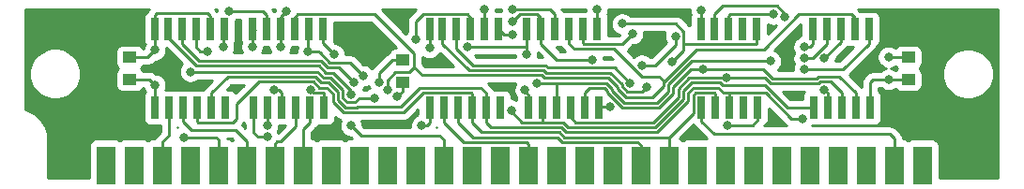
<source format=gbr>
%TF.GenerationSoftware,KiCad,Pcbnew,(5.1.9)-1*%
%TF.CreationDate,2021-01-10T22:17:43+11:00*%
%TF.ProjectId,30pinsimm,33307069-6e73-4696-9d6d-2e6b69636164,rev?*%
%TF.SameCoordinates,Original*%
%TF.FileFunction,Copper,L1,Top*%
%TF.FilePolarity,Positive*%
%FSLAX46Y46*%
G04 Gerber Fmt 4.6, Leading zero omitted, Abs format (unit mm)*
G04 Created by KiCad (PCBNEW (5.1.9)-1) date 2021-01-10 22:17:43*
%MOMM*%
%LPD*%
G01*
G04 APERTURE LIST*
%TA.AperFunction,SMDPad,CuDef*%
%ADD10R,0.800000X2.000000*%
%TD*%
%TA.AperFunction,ComponentPad*%
%ADD11R,1.780000X3.500000*%
%TD*%
%TA.AperFunction,SMDPad,CuDef*%
%ADD12R,1.250000X1.000000*%
%TD*%
%TA.AperFunction,ViaPad*%
%ADD13C,0.800000*%
%TD*%
%TA.AperFunction,Conductor*%
%ADD14C,0.250000*%
%TD*%
%TA.AperFunction,NonConductor*%
%ADD15C,0.254000*%
%TD*%
%TA.AperFunction,NonConductor*%
%ADD16C,0.100000*%
%TD*%
G04 APERTURE END LIST*
D10*
%TO.P,U2,19*%
%TO.N,/A8*%
X145288000Y-97155000D03*
%TO.P,U2,21*%
%TO.N,/A9*%
X142748000Y-97155000D03*
%TO.P,U2,8*%
%TO.N,/A10*%
X145415000Y-104267000D03*
%TO.P,U2,6*%
%TO.N,Net-(U2-Pad6)*%
X142875000Y-104267000D03*
%TO.P,U2,14*%
%TO.N,GND*%
X151638000Y-97155000D03*
%TO.P,U2,15*%
%TO.N,/A4*%
X150368000Y-97155000D03*
%TO.P,U2,16*%
%TO.N,/A5*%
X149098000Y-97155000D03*
%TO.P,U2,17*%
%TO.N,/A6*%
X147828000Y-97155000D03*
%TO.P,U2,18*%
%TO.N,/A7*%
X146558000Y-97155000D03*
%TO.P,U2,22*%
%TO.N,GND*%
X141478000Y-97155000D03*
%TO.P,U2,23*%
%TO.N,/CAS*%
X140208000Y-97155000D03*
%TO.P,U2,24*%
%TO.N,/DQ6*%
X138938000Y-97155000D03*
%TO.P,U2,25*%
%TO.N,/DQ7*%
X137668000Y-97155000D03*
%TO.P,U2,26*%
%TO.N,GND*%
X136525000Y-97155000D03*
%TO.P,U2,1*%
%TO.N,+5V*%
X136525000Y-104267000D03*
%TO.P,U2,2*%
%TO.N,/DQ4*%
X137795000Y-104267000D03*
%TO.P,U2,3*%
%TO.N,/DQ5*%
X139065000Y-104267000D03*
%TO.P,U2,4*%
%TO.N,/WE*%
X140335000Y-104267000D03*
%TO.P,U2,5*%
%TO.N,/RAS*%
X141605000Y-104267000D03*
%TO.P,U2,9*%
%TO.N,/A0*%
X146685000Y-104267000D03*
%TO.P,U2,10*%
%TO.N,/A1*%
X147955000Y-104267000D03*
%TO.P,U2,11*%
%TO.N,/A2*%
X149225000Y-104267000D03*
%TO.P,U2,12*%
%TO.N,/A3*%
X150495000Y-104267000D03*
%TO.P,U2,13*%
%TO.N,+5V*%
X151765000Y-104267000D03*
%TD*%
%TO.P,U1,19*%
%TO.N,/A8*%
X120523000Y-97155000D03*
%TO.P,U1,21*%
%TO.N,/A9*%
X117983000Y-97155000D03*
%TO.P,U1,8*%
%TO.N,/A10*%
X120650000Y-104267000D03*
%TO.P,U1,6*%
%TO.N,Net-(U1-Pad6)*%
X118110000Y-104267000D03*
%TO.P,U1,14*%
%TO.N,GND*%
X126873000Y-97155000D03*
%TO.P,U1,15*%
%TO.N,/A4*%
X125603000Y-97155000D03*
%TO.P,U1,16*%
%TO.N,/A5*%
X124333000Y-97155000D03*
%TO.P,U1,17*%
%TO.N,/A6*%
X123063000Y-97155000D03*
%TO.P,U1,18*%
%TO.N,/A7*%
X121793000Y-97155000D03*
%TO.P,U1,22*%
%TO.N,GND*%
X116713000Y-97155000D03*
%TO.P,U1,23*%
%TO.N,/CAS*%
X115443000Y-97155000D03*
%TO.P,U1,24*%
%TO.N,/DQ2*%
X114173000Y-97155000D03*
%TO.P,U1,25*%
%TO.N,/DQ3*%
X112903000Y-97155000D03*
%TO.P,U1,26*%
%TO.N,GND*%
X111760000Y-97155000D03*
%TO.P,U1,1*%
%TO.N,+5V*%
X111760000Y-104267000D03*
%TO.P,U1,2*%
%TO.N,/DQ0*%
X113030000Y-104267000D03*
%TO.P,U1,3*%
%TO.N,/DQ1*%
X114300000Y-104267000D03*
%TO.P,U1,4*%
%TO.N,/WE*%
X115570000Y-104267000D03*
%TO.P,U1,5*%
%TO.N,/RAS*%
X116840000Y-104267000D03*
%TO.P,U1,9*%
%TO.N,/A0*%
X121920000Y-104267000D03*
%TO.P,U1,10*%
%TO.N,/A1*%
X123190000Y-104267000D03*
%TO.P,U1,11*%
%TO.N,/A2*%
X124460000Y-104267000D03*
%TO.P,U1,12*%
%TO.N,/A3*%
X125730000Y-104267000D03*
%TO.P,U1,13*%
%TO.N,+5V*%
X127000000Y-104267000D03*
%TD*%
%TO.P,U3,14*%
%TO.N,/A4*%
X176149000Y-97155000D03*
%TO.P,U3,15*%
%TO.N,/A5*%
X174879000Y-97155000D03*
%TO.P,U3,16*%
%TO.N,/A6*%
X173609000Y-97155000D03*
%TO.P,U3,17*%
%TO.N,/A7*%
X172339000Y-97155000D03*
%TO.P,U3,18*%
%TO.N,/A8*%
X171069000Y-97155000D03*
%TO.P,U3,22*%
%TO.N,/A9*%
X165989000Y-97155000D03*
%TO.P,U3,23*%
%TO.N,Net-(U3-Pad23)*%
X164719000Y-97155000D03*
%TO.P,U3,24*%
%TO.N,/CASP*%
X163449000Y-97155000D03*
%TO.P,U3,25*%
%TO.N,/QP*%
X162179000Y-97155000D03*
%TO.P,U3,26*%
%TO.N,GND*%
X161036000Y-97155000D03*
%TO.P,U3,1*%
%TO.N,/DP*%
X161036000Y-104267000D03*
%TO.P,U3,2*%
%TO.N,/WE*%
X162306000Y-104267000D03*
%TO.P,U3,3*%
%TO.N,/RAS*%
X163576000Y-104267000D03*
%TO.P,U3,4*%
%TO.N,Net-(U3-Pad4)*%
X164846000Y-104267000D03*
%TO.P,U3,5*%
%TO.N,/A10*%
X166116000Y-104267000D03*
%TO.P,U3,9*%
%TO.N,/A0*%
X171196000Y-104267000D03*
%TO.P,U3,10*%
%TO.N,/A1*%
X172466000Y-104267000D03*
%TO.P,U3,11*%
%TO.N,/A2*%
X173736000Y-104267000D03*
%TO.P,U3,12*%
%TO.N,/A3*%
X175006000Y-104267000D03*
%TO.P,U3,13*%
%TO.N,+5V*%
X176276000Y-104267000D03*
%TD*%
D11*
%TO.P,SIMM30,21*%
%TO.N,/WE*%
X158115000Y-109477000D03*
%TO.P,SIMM30,20*%
%TO.N,/DQ5*%
X155575000Y-109477000D03*
%TO.P,SIMM30,29*%
%TO.N,/DP*%
X178435000Y-109477000D03*
%TO.P,SIMM30,28*%
%TO.N,/CASP*%
X175895000Y-109477000D03*
%TO.P,SIMM30,27*%
%TO.N,/RAS*%
X173355000Y-109477000D03*
%TO.P,SIMM30,19*%
%TO.N,/A10*%
X153035000Y-109477000D03*
%TO.P,SIMM30,30*%
%TO.N,+5V*%
X180975000Y-109477000D03*
%TO.P,SIMM30,26*%
%TO.N,/QP*%
X170815000Y-109477000D03*
%TO.P,SIMM30,17*%
%TO.N,/A8*%
X147955000Y-109477000D03*
%TO.P,SIMM30,25*%
%TO.N,/DQ7*%
X168275000Y-109477000D03*
%TO.P,SIMM30,22*%
%TO.N,GND*%
X160655000Y-109477000D03*
%TO.P,SIMM30,18*%
%TO.N,/A9*%
X150495000Y-109477000D03*
%TO.P,SIMM30,24*%
%TO.N,/A11*%
X165735000Y-109477000D03*
%TO.P,SIMM30,23*%
%TO.N,/DQ6*%
X163195000Y-109477000D03*
%TO.P,SIMM30,12*%
%TO.N,/A5*%
X135255000Y-109477000D03*
%TO.P,SIMM30,11*%
%TO.N,/A4*%
X132715000Y-109477000D03*
%TO.P,SIMM30,10*%
%TO.N,/DQ2*%
X130175000Y-109477000D03*
%TO.P,SIMM30,16*%
%TO.N,/DQ4*%
X145415000Y-109477000D03*
%TO.P,SIMM30,13*%
%TO.N,/DQ3*%
X137795000Y-109477000D03*
%TO.P,SIMM30,9*%
%TO.N,GND*%
X127635000Y-109477000D03*
%TO.P,SIMM30,15*%
%TO.N,/A7*%
X142875000Y-109477000D03*
%TO.P,SIMM30,14*%
%TO.N,/A6*%
X140335000Y-109477000D03*
%TO.P,SIMM30,7*%
%TO.N,/A2*%
X122555000Y-109477000D03*
%TO.P,SIMM30,8*%
%TO.N,/A3*%
X125095000Y-109477000D03*
%TO.P,SIMM30,6*%
%TO.N,/DQ1*%
X120015000Y-109477000D03*
%TO.P,SIMM30,5*%
%TO.N,/A1*%
X117475000Y-109477000D03*
%TO.P,SIMM30,4*%
%TO.N,/A0*%
X114935000Y-109477000D03*
%TO.P,SIMM30,3*%
%TO.N,/DQ0*%
X112395000Y-109477000D03*
%TO.P,SIMM30,2*%
%TO.N,/CAS*%
X109855000Y-109477000D03*
%TO.P,SIMM30,1*%
%TO.N,+5V*%
X107315000Y-109477000D03*
%TD*%
D12*
%TO.P,C3,1*%
%TO.N,GND*%
X179705000Y-99711000D03*
%TO.P,C3,2*%
%TO.N,+5V*%
X179705000Y-101711000D03*
%TD*%
%TO.P,C2,1*%
%TO.N,GND*%
X134112000Y-99965000D03*
%TO.P,C2,2*%
%TO.N,+5V*%
X134112000Y-101965000D03*
%TD*%
%TO.P,C1,1*%
%TO.N,GND*%
X109474000Y-99711000D03*
%TO.P,C1,2*%
%TO.N,+5V*%
X109474000Y-101711000D03*
%TD*%
D13*
%TO.N,+5V*%
X177927000Y-101727000D03*
X135818400Y-105836100D03*
X152766000Y-104169700D03*
X111760000Y-102235000D03*
X125761400Y-102665000D03*
X133617400Y-103284900D03*
%TO.N,/CASP*%
X167546000Y-95829700D03*
%TO.N,/RAS*%
X170194300Y-105258800D03*
%TO.N,/A10*%
X145139800Y-102666500D03*
X121920000Y-106934000D03*
X163428000Y-105889600D03*
%TO.N,/QP*%
X168585600Y-96076900D03*
%TO.N,/A8*%
X155667600Y-100420400D03*
X158713200Y-97797500D03*
X170307000Y-98787200D03*
X120523000Y-98766500D03*
X139896300Y-98779200D03*
X145288000Y-99454410D03*
%TO.N,/DQ7*%
X156094696Y-102425884D03*
%TO.N,GND*%
X136525000Y-98870700D03*
X161036000Y-95446200D03*
X151638000Y-95377000D03*
X141478000Y-95406200D03*
X111760000Y-99060000D03*
X177927000Y-99695000D03*
X131987700Y-101946600D03*
X127927735Y-99478100D03*
%TO.N,/A9*%
X144018000Y-97649500D03*
X117930000Y-98756700D03*
X153893700Y-96691200D03*
X158371300Y-100148800D03*
%TO.N,/DQ6*%
X154620600Y-102062000D03*
%TO.N,/A5*%
X132713000Y-102636100D03*
%TO.N,/A4*%
X170319400Y-100813400D03*
X130537000Y-101397200D03*
X154819555Y-97592479D03*
X125577701Y-99163018D03*
%TO.N,/DQ2*%
X129703800Y-101978800D03*
%TO.N,/DQ3*%
X129449990Y-105918000D03*
X129441009Y-103060813D03*
%TO.N,/A7*%
X144018000Y-96520000D03*
X170307000Y-99822000D03*
X118393100Y-95551200D03*
X151208100Y-99943200D03*
%TO.N,/A6*%
X172151100Y-99772400D03*
X114952800Y-101014100D03*
X131568700Y-103403300D03*
X144018000Y-95377000D03*
X123605800Y-95551900D03*
X123063000Y-98724390D03*
%TO.N,/A2*%
X163279900Y-101543800D03*
%TO.N,/A3*%
X161165400Y-100834100D03*
%TO.N,/A1*%
X114348600Y-106959700D03*
X172109700Y-102635500D03*
X167269300Y-100060700D03*
X122499300Y-102663000D03*
X146241431Y-102066810D03*
%TO.N,/A0*%
X143905300Y-104491500D03*
X121920000Y-105888600D03*
%TO.N,/CAS*%
X135255300Y-98127200D03*
X116524700Y-99178600D03*
%TD*%
D14*
%TO.N,+5V*%
X125761400Y-102665000D02*
X126038100Y-102941700D01*
X126038100Y-102941700D02*
X127000000Y-102941700D01*
X134112000Y-102790300D02*
X133617400Y-103284900D01*
X127000000Y-104267000D02*
X127000000Y-102941700D01*
X136525000Y-104267000D02*
X136525000Y-105592300D01*
X111760000Y-104267000D02*
X111760000Y-102941700D01*
X134112000Y-101965000D02*
X134112000Y-102790300D01*
X111760000Y-102941700D02*
X111760000Y-102235000D01*
X176276000Y-104267000D02*
X176276000Y-101981000D01*
X176276000Y-101981000D02*
X176530000Y-101727000D01*
X111236000Y-101711000D02*
X111760000Y-102235000D01*
X109474000Y-101711000D02*
X111236000Y-101711000D01*
X136281200Y-105836100D02*
X136525000Y-105592300D01*
X135818400Y-105836100D02*
X136281200Y-105836100D01*
X151862300Y-104169700D02*
X151765000Y-104267000D01*
X152766000Y-104169700D02*
X151862300Y-104169700D01*
X179689000Y-101727000D02*
X179705000Y-101711000D01*
X177927000Y-101727000D02*
X179689000Y-101727000D01*
X176530000Y-101727000D02*
X177927000Y-101727000D01*
%TO.N,/WE*%
X158115000Y-108077000D02*
X158115000Y-106943200D01*
X140335000Y-105592300D02*
X141238300Y-106495600D01*
X141238300Y-106495600D02*
X148217600Y-106495600D01*
X148217600Y-106495600D02*
X148665200Y-106943200D01*
X148665200Y-106943200D02*
X158115000Y-106943200D01*
X140335000Y-104267000D02*
X140335000Y-105592300D01*
X162230700Y-102941700D02*
X162306000Y-103017000D01*
X162306000Y-103017000D02*
X162306000Y-104267000D01*
X160307064Y-103135836D02*
X160501200Y-102941700D01*
X158115000Y-106943200D02*
X160307064Y-104751136D01*
X160501200Y-102941700D02*
X162230700Y-102941700D01*
X160307064Y-104751136D02*
X160307064Y-103135836D01*
X115570000Y-105517000D02*
X115645300Y-105592300D01*
X115645300Y-105592300D02*
X118769702Y-105592300D01*
X115570000Y-104267000D02*
X115570000Y-105517000D01*
X140335000Y-103017000D02*
X140335000Y-104267000D01*
X134186200Y-104706300D02*
X135950800Y-102941700D01*
X140259700Y-102941700D02*
X140335000Y-103017000D01*
X128740670Y-104706300D02*
X134186200Y-104706300D01*
X127243500Y-102454900D02*
X127815985Y-103027385D01*
X135950800Y-102941700D02*
X140259700Y-102941700D01*
X127815985Y-103781615D02*
X128740670Y-104706300D01*
X118769702Y-105592300D02*
X119080150Y-105281852D01*
X127815985Y-103027385D02*
X127815985Y-103781615D01*
X126577200Y-102454900D02*
X127243500Y-102454900D01*
X119080150Y-103967150D02*
X121132600Y-101914700D01*
X126037000Y-101914700D02*
X126577200Y-102454900D01*
X119080150Y-105281852D02*
X119080150Y-103967150D01*
X121132600Y-101914700D02*
X126037000Y-101914700D01*
%TO.N,/DQ5*%
X155280700Y-107401700D02*
X155575000Y-107696000D01*
X148486800Y-107401700D02*
X155280700Y-107401700D01*
X148031000Y-106945900D02*
X148486800Y-107401700D01*
X155575000Y-107696000D02*
X155575000Y-108077000D01*
X140418600Y-106945900D02*
X148031000Y-106945900D01*
X139065000Y-105592300D02*
X140418600Y-106945900D01*
X139065000Y-104267000D02*
X139065000Y-105592300D01*
%TO.N,/DP*%
X161036000Y-105517000D02*
X161036000Y-104267000D01*
X162199000Y-106680000D02*
X161036000Y-105517000D01*
X178054000Y-106680000D02*
X162199000Y-106680000D01*
X178435000Y-107061000D02*
X178054000Y-106680000D01*
X178435000Y-108077000D02*
X178435000Y-107061000D01*
%TO.N,/CASP*%
X167546000Y-95829700D02*
X163631300Y-95829700D01*
X163449000Y-96012000D02*
X163449000Y-97155000D01*
X163631300Y-95829700D02*
X163449000Y-96012000D01*
%TO.N,/RAS*%
X163576000Y-102941700D02*
X166820900Y-102941700D01*
X166820900Y-102941700D02*
X169138000Y-105258800D01*
X169138000Y-105258800D02*
X170194300Y-105258800D01*
X163576000Y-104267000D02*
X163576000Y-102941700D01*
X141605000Y-104267000D02*
X141605000Y-105592300D01*
X142058000Y-106045300D02*
X148404200Y-106045300D01*
X160305700Y-102491400D02*
X162564900Y-102491400D01*
X159857053Y-103675001D02*
X159857053Y-102940046D01*
X148404200Y-106045300D02*
X148851800Y-106492900D01*
X159857053Y-102940046D02*
X160305700Y-102491400D01*
X148851800Y-106492900D02*
X157039154Y-106492900D01*
X163015200Y-102941700D02*
X163576000Y-102941700D01*
X141605000Y-105592300D02*
X142058000Y-106045300D01*
X162564900Y-102491400D02*
X163015200Y-102941700D01*
X157039154Y-106492900D02*
X159857053Y-103675001D01*
X118317300Y-101464400D02*
X126223600Y-101464400D01*
X126763800Y-102004600D02*
X127430100Y-102004600D01*
X126223600Y-101464400D02*
X126763800Y-102004600D01*
X127430100Y-102004600D02*
X128265996Y-102840496D01*
X128265996Y-103595215D02*
X128906607Y-104235826D01*
X116840000Y-102941700D02*
X118317300Y-101464400D01*
X128906607Y-104235826D02*
X129975411Y-104235826D01*
X130019937Y-104191300D02*
X133934900Y-104191300D01*
X141154700Y-102491400D02*
X141605000Y-102941700D01*
X141605000Y-102941700D02*
X141605000Y-103017000D01*
X141605000Y-103017000D02*
X141605000Y-104267000D01*
X116840000Y-104267000D02*
X116840000Y-102941700D01*
X133934900Y-104191300D02*
X135634800Y-102491400D01*
X128265996Y-102840496D02*
X128265996Y-103595215D01*
X129975411Y-104235826D02*
X130019937Y-104191300D01*
X135634800Y-102491400D02*
X141154700Y-102491400D01*
%TO.N,/A10*%
X165636400Y-105889600D02*
X166116000Y-105410000D01*
X163428000Y-105889600D02*
X165636400Y-105889600D01*
X166116000Y-104267000D02*
X166116000Y-105410000D01*
X121920000Y-106934000D02*
X121031000Y-106934000D01*
X120650000Y-106553000D02*
X120650000Y-105283000D01*
X121031000Y-106934000D02*
X120650000Y-106553000D01*
X120650000Y-105283000D02*
X120650000Y-104267000D01*
X120650000Y-105844800D02*
X120650000Y-105283000D01*
X145139800Y-102848800D02*
X145415000Y-103124000D01*
X145139800Y-102666500D02*
X145139800Y-102848800D01*
X145415000Y-104267000D02*
X145415000Y-103124000D01*
%TO.N,/QP*%
X162179000Y-95829700D02*
X162952400Y-95056300D01*
X162952400Y-95056300D02*
X167862400Y-95056300D01*
X167862400Y-95056300D02*
X168585600Y-95779500D01*
X168585600Y-95779500D02*
X168585600Y-96076900D01*
X162179000Y-97155000D02*
X162179000Y-95829700D01*
%TO.N,/A8*%
X170833800Y-98787200D02*
X171069000Y-98552000D01*
X170307000Y-98787200D02*
X170833800Y-98787200D01*
X171069000Y-97155000D02*
X171069000Y-98552000D01*
X120778200Y-97283200D02*
X120650000Y-97155000D01*
X155667600Y-100420400D02*
X156881600Y-100420400D01*
X158713200Y-98588800D02*
X158713200Y-97797500D01*
X156881600Y-100420400D02*
X158713200Y-98588800D01*
X120523000Y-98511300D02*
X120778200Y-98766500D01*
X120523000Y-97155000D02*
X120523000Y-98511300D01*
X145187800Y-98779200D02*
X145288000Y-98679000D01*
X139896300Y-98779200D02*
X145187800Y-98779200D01*
X145288000Y-98679000D02*
X145288000Y-99125520D01*
X145288000Y-97155000D02*
X145288000Y-98679000D01*
X145288000Y-99454410D02*
X145288000Y-97155000D01*
%TO.N,/DQ7*%
X155694697Y-102825883D02*
X156094696Y-102425884D01*
X154358783Y-102825883D02*
X155694697Y-102825883D01*
X153895300Y-102362400D02*
X154358783Y-102825883D01*
X152823200Y-101118800D02*
X153895300Y-102190900D01*
X147029013Y-101118800D02*
X152823200Y-101118800D01*
X146801713Y-100891500D02*
X147029013Y-101118800D01*
X153895300Y-102190900D02*
X153895300Y-102362400D01*
X137668000Y-98480300D02*
X140079200Y-100891500D01*
X140079200Y-100891500D02*
X146801713Y-100891500D01*
X137668000Y-97155000D02*
X137668000Y-98480300D01*
%TO.N,GND*%
X136525000Y-98870700D02*
X136525000Y-97155000D01*
X133161700Y-99965000D02*
X131987700Y-101139000D01*
X131987700Y-101139000D02*
X131987700Y-101946600D01*
X151638000Y-95379800D02*
X151688800Y-95329000D01*
X134112000Y-99965000D02*
X133161700Y-99965000D01*
X111760000Y-99060000D02*
X111760000Y-97155000D01*
X111109000Y-99711000D02*
X111760000Y-99060000D01*
X109474000Y-99711000D02*
X111109000Y-99711000D01*
X116713000Y-97155000D02*
X116713000Y-96012000D01*
X116713000Y-96012000D02*
X116459000Y-95758000D01*
X111760000Y-95905000D02*
X111760000Y-97155000D01*
X111907000Y-95758000D02*
X111760000Y-95905000D01*
X116459000Y-95758000D02*
X111907000Y-95758000D01*
X126873000Y-97155000D02*
X126873000Y-98423365D01*
X126873000Y-98423365D02*
X127927735Y-99478100D01*
X177943000Y-99711000D02*
X177927000Y-99695000D01*
X179705000Y-99711000D02*
X177943000Y-99711000D01*
X161036000Y-97155000D02*
X161036000Y-95446200D01*
X151638000Y-97155000D02*
X151638000Y-95377000D01*
X141478000Y-97155000D02*
X141478000Y-95406200D01*
%TO.N,/A9*%
X159444500Y-98480300D02*
X159444500Y-97378200D01*
X159444500Y-97378200D02*
X158757500Y-96691200D01*
X158757500Y-96691200D02*
X153893700Y-96691200D01*
X159444500Y-98480300D02*
X159444500Y-99075600D01*
X159444500Y-99075600D02*
X158371300Y-100148800D01*
X165989000Y-98480300D02*
X159444500Y-98480300D01*
X117930000Y-98756700D02*
X118110000Y-98576700D01*
X165989000Y-97155000D02*
X165989000Y-98480300D01*
X117930000Y-97208000D02*
X117983000Y-97155000D01*
X117930000Y-98756700D02*
X117930000Y-97208000D01*
X143242500Y-97649500D02*
X142748000Y-97155000D01*
X144018000Y-97649500D02*
X143242500Y-97649500D01*
%TO.N,/DQ6*%
X153227100Y-100668500D02*
X154620600Y-102062000D01*
X146987824Y-100441200D02*
X147215124Y-100668500D01*
X140477000Y-100441200D02*
X146987824Y-100441200D01*
X147215124Y-100668500D02*
X153227100Y-100668500D01*
X138938000Y-98902200D02*
X140477000Y-100441200D01*
X138938000Y-97155000D02*
X138938000Y-98902200D01*
%TO.N,/A5*%
X157026000Y-102953400D02*
X156601200Y-103378200D01*
X132713000Y-102636100D02*
X132713000Y-101775600D01*
X132713000Y-101775600D02*
X133431000Y-101057600D01*
X133431000Y-101057600D02*
X134678000Y-101057600D01*
X134678000Y-101057600D02*
X135118700Y-100616900D01*
X149098000Y-98480300D02*
X149548300Y-98930600D01*
X149548300Y-98930600D02*
X153152100Y-98930600D01*
X153152100Y-98930600D02*
X155698700Y-101477200D01*
X155698700Y-101477200D02*
X157026000Y-101477200D01*
X169858700Y-95829700D02*
X166700500Y-98987900D01*
X131572600Y-95829700D02*
X135118700Y-99375800D01*
X135118700Y-99375800D02*
X135118700Y-100616900D01*
X149098000Y-97155000D02*
X149098000Y-98480300D01*
X124333000Y-96139000D02*
X124642300Y-95829700D01*
X124333000Y-97155000D02*
X124333000Y-96139000D01*
X124642300Y-95829700D02*
X131572600Y-95829700D01*
X174879000Y-96139000D02*
X174569700Y-95829700D01*
X174879000Y-97155000D02*
X174879000Y-96139000D01*
X174569700Y-95829700D02*
X169858700Y-95829700D01*
X157606999Y-102362001D02*
X157607000Y-101993690D01*
X156601200Y-103367800D02*
X157606999Y-102362001D01*
X156601200Y-103378200D02*
X156601200Y-103367800D01*
X160612790Y-98987900D02*
X160709900Y-98987900D01*
X157607000Y-101993690D02*
X160612790Y-98987900D01*
X166700500Y-98987900D02*
X160709900Y-98987900D01*
X157607000Y-101854000D02*
X157230200Y-101477200D01*
X157607000Y-101993690D02*
X157607000Y-101854000D01*
X157230200Y-101477200D02*
X157026000Y-101477200D01*
X154274200Y-103378200D02*
X156601200Y-103378200D01*
X153445000Y-102377500D02*
X153445000Y-102549000D01*
X152636700Y-101569200D02*
X153445000Y-102377500D01*
X146843002Y-101569200D02*
X152636700Y-101569200D01*
X146615602Y-101341800D02*
X146843002Y-101569200D01*
X135843600Y-101341800D02*
X146615602Y-101341800D01*
X135118700Y-100616900D02*
X135843600Y-101341800D01*
X153445000Y-102549000D02*
X154274200Y-103378200D01*
%TO.N,/A4*%
X127510200Y-100203400D02*
X129343200Y-100203400D01*
X129343200Y-100203400D02*
X130537000Y-101397200D01*
X176149000Y-98480300D02*
X173815900Y-100813400D01*
X173815900Y-100813400D02*
X170319400Y-100813400D01*
X176149000Y-97155000D02*
X176149000Y-98480300D01*
X150443300Y-98480300D02*
X153931734Y-98480300D01*
X153931734Y-98480300D02*
X154819555Y-97592479D01*
X150368000Y-98405000D02*
X150443300Y-98480300D01*
X150368000Y-97155000D02*
X150368000Y-98405000D01*
X126469818Y-99163018D02*
X126619900Y-99313100D01*
X125577701Y-99163018D02*
X126469818Y-99163018D01*
X126619900Y-99313100D02*
X127510200Y-100203400D01*
X125577701Y-97180299D02*
X125603000Y-97155000D01*
X125577701Y-99163018D02*
X125577701Y-97180299D01*
%TO.N,/DQ2*%
X114173000Y-98480300D02*
X115741500Y-100048800D01*
X115741500Y-100048800D02*
X126718700Y-100048800D01*
X126718700Y-100048800D02*
X127323600Y-100653700D01*
X127323600Y-100653700D02*
X128378700Y-100653700D01*
X128378700Y-100653700D02*
X129703800Y-101978800D01*
X114173000Y-97155000D02*
X114173000Y-98480300D01*
%TO.N,/DQ4*%
X145415000Y-107569000D02*
X145415000Y-108077000D01*
X145247700Y-107401700D02*
X145415000Y-107569000D01*
X137795000Y-105592300D02*
X139604400Y-107401700D01*
X139604400Y-107401700D02*
X145247700Y-107401700D01*
X137795000Y-104267000D02*
X137795000Y-105592300D01*
%TO.N,/DQ3*%
X137795000Y-108077000D02*
X137795000Y-107401700D01*
X126532100Y-100499100D02*
X127137000Y-101104000D01*
X127803300Y-101104000D02*
X129441009Y-102741709D01*
X112903000Y-97938500D02*
X115463600Y-100499100D01*
X115463600Y-100499100D02*
X126532100Y-100499100D01*
X127137000Y-101104000D02*
X127803300Y-101104000D01*
X130338990Y-106807000D02*
X129449990Y-105918000D01*
X137414000Y-106807000D02*
X130338990Y-106807000D01*
X137795000Y-107188000D02*
X137414000Y-106807000D01*
X137795000Y-108077000D02*
X137795000Y-107188000D01*
X129441009Y-102741709D02*
X129441009Y-103060813D01*
X112903000Y-97155000D02*
X112903000Y-97938500D01*
%TO.N,/A7*%
X144690300Y-95829700D02*
X144026800Y-96493200D01*
X146558000Y-97817600D02*
X146558000Y-97155000D01*
X146558000Y-97817600D02*
X146558000Y-98480300D01*
X171363600Y-99525500D02*
X172339000Y-98550100D01*
X172339000Y-98550100D02*
X172339000Y-97155000D01*
X146558000Y-98480300D02*
X148020900Y-99943200D01*
X148020900Y-99943200D02*
X151208100Y-99943200D01*
X121793000Y-95905000D02*
X121793000Y-97155000D01*
X121439200Y-95551200D02*
X121793000Y-95905000D01*
X118393100Y-95551200D02*
X121439200Y-95551200D01*
X171067100Y-99822000D02*
X172339000Y-98550100D01*
X170307000Y-99822000D02*
X171067100Y-99822000D01*
X146558000Y-96155400D02*
X146232300Y-95829700D01*
X146558000Y-97155000D02*
X146558000Y-96155400D01*
X146232300Y-95829700D02*
X144690300Y-95829700D01*
X144690300Y-95847700D02*
X144690300Y-95829700D01*
X144018000Y-96520000D02*
X144690300Y-95847700D01*
%TO.N,/A6*%
X147828000Y-95829700D02*
X147377700Y-95379400D01*
X147377700Y-95379400D02*
X143949400Y-95379400D01*
X147828000Y-97155000D02*
X147828000Y-95829700D01*
X173609000Y-98314500D02*
X173609000Y-97155000D01*
X172151100Y-99772400D02*
X173609000Y-98314500D01*
X123063000Y-96094700D02*
X123605800Y-95551900D01*
X123063000Y-97155000D02*
X123063000Y-96094700D01*
X127616700Y-101554300D02*
X128716007Y-102653607D01*
X130171524Y-103403300D02*
X131568700Y-103403300D01*
X129789011Y-103785815D02*
X130171524Y-103403300D01*
X129093007Y-103785815D02*
X129789011Y-103785815D01*
X128716007Y-103408815D02*
X129093007Y-103785815D01*
X128716007Y-102653607D02*
X128716007Y-103408815D01*
X126950400Y-101554300D02*
X127616700Y-101554300D01*
X114952800Y-101014100D02*
X126410200Y-101014100D01*
X126410200Y-101014100D02*
X126950400Y-101554300D01*
X123063000Y-98724390D02*
X123063000Y-97155000D01*
%TO.N,/A2*%
X163279900Y-101569700D02*
X166758800Y-101569700D01*
X166758800Y-101569700D02*
X167244700Y-102055600D01*
X167244700Y-102055600D02*
X171627500Y-102055600D01*
X171627500Y-102055600D02*
X171789200Y-101893900D01*
X171789200Y-101893900D02*
X172688200Y-101893900D01*
X172688200Y-101893900D02*
X173736000Y-102941700D01*
X163279900Y-101569700D02*
X163279900Y-101543800D01*
X173736000Y-104267000D02*
X173736000Y-102941700D01*
X124460000Y-104817000D02*
X124460000Y-104267000D01*
X124460000Y-106001500D02*
X124460000Y-104817000D01*
X122555000Y-108077000D02*
X122555000Y-107569000D01*
X122767250Y-107356750D02*
X123104750Y-107356750D01*
X122555000Y-107569000D02*
X122767250Y-107356750D01*
X123104750Y-107356750D02*
X124460000Y-106001500D01*
X158957031Y-103302201D02*
X158957031Y-102566268D01*
X158957031Y-102566268D02*
X159953600Y-101569700D01*
X159953600Y-101569700D02*
X163279900Y-101569700D01*
X156666932Y-105592300D02*
X158957031Y-103302201D01*
X149225000Y-105156000D02*
X149661300Y-105592300D01*
X149225000Y-104267000D02*
X149225000Y-105156000D01*
X149661300Y-105592300D02*
X156666932Y-105592300D01*
%TO.N,/A3*%
X161165400Y-100834100D02*
X161181000Y-100818500D01*
X161181000Y-100818500D02*
X166644500Y-100818500D01*
X166644500Y-100818500D02*
X167428700Y-101602700D01*
X167428700Y-101602700D02*
X171443500Y-101602700D01*
X171443500Y-101602700D02*
X171607800Y-101438400D01*
X171607800Y-101438400D02*
X173502700Y-101438400D01*
X173502700Y-101438400D02*
X175006000Y-102941700D01*
X125730000Y-105592300D02*
X125095000Y-106227300D01*
X125095000Y-106227300D02*
X125095000Y-107401700D01*
X125730000Y-104929600D02*
X125730000Y-104267000D01*
X125730000Y-104929600D02*
X125730000Y-105592300D01*
X175006000Y-104267000D02*
X175006000Y-102941700D01*
X125095000Y-108077000D02*
X125095000Y-107401700D01*
X150495000Y-104267000D02*
X150495000Y-102941700D01*
X152281200Y-102487500D02*
X152544400Y-102750700D01*
X152544400Y-102750700D02*
X152544400Y-102922200D01*
X157217021Y-104278800D02*
X158507020Y-102988801D01*
X158507020Y-102379380D02*
X160052300Y-100834100D01*
X158507020Y-102988801D02*
X158507020Y-102379380D01*
X152544400Y-102922200D02*
X153901000Y-104278800D01*
X153901000Y-104278800D02*
X157217021Y-104278800D01*
X150949200Y-102487500D02*
X152281200Y-102487500D01*
X150495000Y-102941700D02*
X150949200Y-102487500D01*
X160052300Y-100834100D02*
X161165400Y-100834100D01*
%TO.N,/DQ1*%
X114300000Y-105517000D02*
X114300000Y-104267000D01*
X114300000Y-105517000D02*
X115082000Y-106299000D01*
X115082000Y-106299000D02*
X118999000Y-106299000D01*
X120015000Y-107315000D02*
X120015000Y-108077000D01*
X118999000Y-106299000D02*
X120015000Y-107315000D01*
%TO.N,/A1*%
X172466000Y-104267000D02*
X172466000Y-102941700D01*
X172466000Y-102941700D02*
X172415900Y-102941700D01*
X172415900Y-102941700D02*
X172109700Y-102635500D01*
X123190000Y-104267000D02*
X123190000Y-102941700D01*
X122911300Y-102663000D02*
X123190000Y-102941700D01*
X122499300Y-102663000D02*
X122911300Y-102663000D01*
X114348600Y-106959700D02*
X117246700Y-106959700D01*
X117475000Y-107188000D02*
X117475000Y-108077000D01*
X117246700Y-106959700D02*
X117475000Y-107188000D01*
X152458600Y-102028000D02*
X152994700Y-102564100D01*
X157031200Y-103828211D02*
X158057009Y-102802401D01*
X158057009Y-102180091D02*
X160176400Y-100060700D01*
X148457200Y-102028000D02*
X152458600Y-102028000D01*
X158057009Y-102802401D02*
X158057009Y-102180091D01*
X152994700Y-102735600D02*
X154087311Y-103828211D01*
X160176400Y-100060700D02*
X167269300Y-100060700D01*
X154087311Y-103828211D02*
X157031200Y-103828211D01*
X152994700Y-102564100D02*
X152994700Y-102735600D01*
X146280241Y-102028000D02*
X146241431Y-102066810D01*
X147955000Y-102108000D02*
X148035000Y-102028000D01*
X147955000Y-104267000D02*
X147955000Y-102108000D01*
X148035000Y-102028000D02*
X146280241Y-102028000D01*
X152458600Y-102028000D02*
X148035000Y-102028000D01*
%TO.N,/A0*%
X146685000Y-105592300D02*
X144862200Y-105592300D01*
X144862200Y-105592300D02*
X143905300Y-104635400D01*
X143905300Y-104635400D02*
X143905300Y-104491500D01*
X146685000Y-105479700D02*
X146685000Y-105592300D01*
X146685000Y-104267000D02*
X146685000Y-105479700D01*
X121920000Y-105888600D02*
X121920000Y-104267000D01*
X159407042Y-103488601D02*
X159407042Y-102753158D01*
X162733800Y-102023400D02*
X162979500Y-102269100D01*
X162979500Y-102269100D02*
X166785200Y-102269100D01*
X156853043Y-106042600D02*
X159407042Y-103488601D01*
X168783100Y-104267000D02*
X170546000Y-104267000D01*
X170546000Y-104267000D02*
X171196000Y-104267000D01*
X159407042Y-102753158D02*
X160136800Y-102023400D01*
X166785200Y-102269100D02*
X168783100Y-104267000D01*
X160136800Y-102023400D02*
X162733800Y-102023400D01*
X149038400Y-106042600D02*
X156853043Y-106042600D01*
X148588100Y-105592300D02*
X149038400Y-106042600D01*
X146685000Y-105592300D02*
X148588100Y-105592300D01*
%TO.N,/DQ0*%
X112395000Y-107401700D02*
X113030000Y-106766700D01*
X113030000Y-106766700D02*
X113030000Y-104267000D01*
X112395000Y-108077000D02*
X112395000Y-107401700D01*
%TO.N,/CAS*%
X135918000Y-95829700D02*
X135255400Y-96492300D01*
X135255400Y-96492300D02*
X135255400Y-98127200D01*
X135255400Y-98127200D02*
X135255300Y-98127200D01*
X140208000Y-96139000D02*
X139898700Y-95829700D01*
X140208000Y-97155000D02*
X140208000Y-96139000D01*
X139898700Y-95829700D02*
X135918000Y-95829700D01*
X116524700Y-99178600D02*
X115815600Y-99178600D01*
X115443000Y-98806000D02*
X115443000Y-97155000D01*
X115815600Y-99178600D02*
X115443000Y-98806000D01*
%TD*%
D15*
X187808001Y-110642800D02*
X182503072Y-110642800D01*
X182503072Y-107727000D01*
X182490812Y-107602518D01*
X182454502Y-107482820D01*
X182395537Y-107372506D01*
X182316185Y-107275815D01*
X182219494Y-107196463D01*
X182109180Y-107137498D01*
X181989482Y-107101188D01*
X181865000Y-107088928D01*
X180085000Y-107088928D01*
X179960518Y-107101188D01*
X179840820Y-107137498D01*
X179730506Y-107196463D01*
X179705000Y-107217395D01*
X179679494Y-107196463D01*
X179569180Y-107137498D01*
X179449482Y-107101188D01*
X179325000Y-107088928D01*
X179195925Y-107088928D01*
X179198676Y-107060999D01*
X179195000Y-107023676D01*
X179195000Y-107023667D01*
X179184003Y-106912014D01*
X179140546Y-106768753D01*
X179069974Y-106636724D01*
X178975001Y-106520999D01*
X178945997Y-106497196D01*
X178617804Y-106169003D01*
X178594001Y-106139999D01*
X178478276Y-106045026D01*
X178346247Y-105974454D01*
X178202986Y-105930997D01*
X178091333Y-105920000D01*
X178091322Y-105920000D01*
X178054000Y-105916324D01*
X178016678Y-105920000D01*
X170996811Y-105920000D01*
X170998237Y-105918574D01*
X171007259Y-105905072D01*
X171596000Y-105905072D01*
X171720482Y-105892812D01*
X171831000Y-105859287D01*
X171941518Y-105892812D01*
X172066000Y-105905072D01*
X172866000Y-105905072D01*
X172990482Y-105892812D01*
X173101000Y-105859287D01*
X173211518Y-105892812D01*
X173336000Y-105905072D01*
X174136000Y-105905072D01*
X174260482Y-105892812D01*
X174371000Y-105859287D01*
X174481518Y-105892812D01*
X174606000Y-105905072D01*
X175406000Y-105905072D01*
X175530482Y-105892812D01*
X175641000Y-105859287D01*
X175751518Y-105892812D01*
X175876000Y-105905072D01*
X176676000Y-105905072D01*
X176800482Y-105892812D01*
X176920180Y-105856502D01*
X177030494Y-105797537D01*
X177127185Y-105718185D01*
X177206537Y-105621494D01*
X177265502Y-105511180D01*
X177301812Y-105391482D01*
X177314072Y-105267000D01*
X177314072Y-103267000D01*
X177301812Y-103142518D01*
X177265502Y-103022820D01*
X177206537Y-102912506D01*
X177127185Y-102815815D01*
X177036000Y-102740982D01*
X177036000Y-102487000D01*
X177223289Y-102487000D01*
X177267226Y-102530937D01*
X177436744Y-102644205D01*
X177625102Y-102722226D01*
X177825061Y-102762000D01*
X178028939Y-102762000D01*
X178228898Y-102722226D01*
X178417256Y-102644205D01*
X178545672Y-102558401D01*
X178549463Y-102565494D01*
X178628815Y-102662185D01*
X178725506Y-102741537D01*
X178835820Y-102800502D01*
X178955518Y-102836812D01*
X179080000Y-102849072D01*
X180330000Y-102849072D01*
X180454482Y-102836812D01*
X180574180Y-102800502D01*
X180684494Y-102741537D01*
X180781185Y-102662185D01*
X180860537Y-102565494D01*
X180919502Y-102455180D01*
X180955812Y-102335482D01*
X180968072Y-102211000D01*
X180968072Y-101211000D01*
X180955812Y-101086518D01*
X180926722Y-100990620D01*
X182771220Y-100990620D01*
X182771220Y-101447380D01*
X182860329Y-101895363D01*
X183035123Y-102317354D01*
X183288886Y-102697136D01*
X183611864Y-103020114D01*
X183991646Y-103273877D01*
X184413637Y-103448671D01*
X184861620Y-103537780D01*
X185318380Y-103537780D01*
X185766363Y-103448671D01*
X186188354Y-103273877D01*
X186568136Y-103020114D01*
X186891114Y-102697136D01*
X187144877Y-102317354D01*
X187319671Y-101895363D01*
X187408780Y-101447380D01*
X187408780Y-100990620D01*
X187319671Y-100542637D01*
X187144877Y-100120646D01*
X186891114Y-99740864D01*
X186568136Y-99417886D01*
X186188354Y-99164123D01*
X185766363Y-98989329D01*
X185318380Y-98900220D01*
X184861620Y-98900220D01*
X184413637Y-98989329D01*
X183991646Y-99164123D01*
X183611864Y-99417886D01*
X183288886Y-99740864D01*
X183035123Y-100120646D01*
X182860329Y-100542637D01*
X182771220Y-100990620D01*
X180926722Y-100990620D01*
X180919502Y-100966820D01*
X180860537Y-100856506D01*
X180781185Y-100759815D01*
X180721704Y-100711000D01*
X180781185Y-100662185D01*
X180860537Y-100565494D01*
X180919502Y-100455180D01*
X180955812Y-100335482D01*
X180968072Y-100211000D01*
X180968072Y-99211000D01*
X180955812Y-99086518D01*
X180919502Y-98966820D01*
X180860537Y-98856506D01*
X180781185Y-98759815D01*
X180684494Y-98680463D01*
X180574180Y-98621498D01*
X180454482Y-98585188D01*
X180330000Y-98572928D01*
X179080000Y-98572928D01*
X178955518Y-98585188D01*
X178835820Y-98621498D01*
X178725506Y-98680463D01*
X178628815Y-98759815D01*
X178549463Y-98856506D01*
X178545672Y-98863599D01*
X178417256Y-98777795D01*
X178228898Y-98699774D01*
X178028939Y-98660000D01*
X177825061Y-98660000D01*
X177625102Y-98699774D01*
X177436744Y-98777795D01*
X177267226Y-98891063D01*
X177123063Y-99035226D01*
X177009795Y-99204744D01*
X176931774Y-99393102D01*
X176892000Y-99593061D01*
X176892000Y-99796939D01*
X176931774Y-99996898D01*
X177009795Y-100185256D01*
X177123063Y-100354774D01*
X177267226Y-100498937D01*
X177436744Y-100612205D01*
X177625102Y-100690226D01*
X177729541Y-100711000D01*
X177625102Y-100731774D01*
X177436744Y-100809795D01*
X177267226Y-100923063D01*
X177223289Y-100967000D01*
X176567322Y-100967000D01*
X176529999Y-100963324D01*
X176492676Y-100967000D01*
X176492667Y-100967000D01*
X176381014Y-100977997D01*
X176237753Y-101021454D01*
X176105724Y-101092026D01*
X175989999Y-101186999D01*
X175966196Y-101216003D01*
X175764998Y-101417201D01*
X175736000Y-101440999D01*
X175712202Y-101469997D01*
X175712201Y-101469998D01*
X175641026Y-101556724D01*
X175570454Y-101688754D01*
X175547109Y-101765715D01*
X175526998Y-101832014D01*
X175517583Y-101927601D01*
X175512324Y-101981000D01*
X175516001Y-102018332D01*
X175516001Y-102376899D01*
X174421601Y-101282500D01*
X176660003Y-99044099D01*
X176689001Y-99020301D01*
X176783974Y-98904576D01*
X176854546Y-98772547D01*
X176876575Y-98699926D01*
X176903494Y-98685537D01*
X177000185Y-98606185D01*
X177079537Y-98509494D01*
X177138502Y-98399180D01*
X177174812Y-98279482D01*
X177187072Y-98155000D01*
X177187072Y-96155000D01*
X177174812Y-96030518D01*
X177138502Y-95910820D01*
X177079537Y-95800506D01*
X177000185Y-95703815D01*
X176903494Y-95624463D01*
X176793180Y-95565498D01*
X176673482Y-95529188D01*
X176549000Y-95516928D01*
X175749000Y-95516928D01*
X175624518Y-95529188D01*
X175514000Y-95562713D01*
X175403482Y-95529188D01*
X175337490Y-95522689D01*
X175191401Y-95376600D01*
X187808000Y-95376600D01*
X187808001Y-110642800D01*
%TA.AperFunction,NonConductor*%
D16*
G36*
X187808001Y-110642800D02*
G01*
X182503072Y-110642800D01*
X182503072Y-107727000D01*
X182490812Y-107602518D01*
X182454502Y-107482820D01*
X182395537Y-107372506D01*
X182316185Y-107275815D01*
X182219494Y-107196463D01*
X182109180Y-107137498D01*
X181989482Y-107101188D01*
X181865000Y-107088928D01*
X180085000Y-107088928D01*
X179960518Y-107101188D01*
X179840820Y-107137498D01*
X179730506Y-107196463D01*
X179705000Y-107217395D01*
X179679494Y-107196463D01*
X179569180Y-107137498D01*
X179449482Y-107101188D01*
X179325000Y-107088928D01*
X179195925Y-107088928D01*
X179198676Y-107060999D01*
X179195000Y-107023676D01*
X179195000Y-107023667D01*
X179184003Y-106912014D01*
X179140546Y-106768753D01*
X179069974Y-106636724D01*
X178975001Y-106520999D01*
X178945997Y-106497196D01*
X178617804Y-106169003D01*
X178594001Y-106139999D01*
X178478276Y-106045026D01*
X178346247Y-105974454D01*
X178202986Y-105930997D01*
X178091333Y-105920000D01*
X178091322Y-105920000D01*
X178054000Y-105916324D01*
X178016678Y-105920000D01*
X170996811Y-105920000D01*
X170998237Y-105918574D01*
X171007259Y-105905072D01*
X171596000Y-105905072D01*
X171720482Y-105892812D01*
X171831000Y-105859287D01*
X171941518Y-105892812D01*
X172066000Y-105905072D01*
X172866000Y-105905072D01*
X172990482Y-105892812D01*
X173101000Y-105859287D01*
X173211518Y-105892812D01*
X173336000Y-105905072D01*
X174136000Y-105905072D01*
X174260482Y-105892812D01*
X174371000Y-105859287D01*
X174481518Y-105892812D01*
X174606000Y-105905072D01*
X175406000Y-105905072D01*
X175530482Y-105892812D01*
X175641000Y-105859287D01*
X175751518Y-105892812D01*
X175876000Y-105905072D01*
X176676000Y-105905072D01*
X176800482Y-105892812D01*
X176920180Y-105856502D01*
X177030494Y-105797537D01*
X177127185Y-105718185D01*
X177206537Y-105621494D01*
X177265502Y-105511180D01*
X177301812Y-105391482D01*
X177314072Y-105267000D01*
X177314072Y-103267000D01*
X177301812Y-103142518D01*
X177265502Y-103022820D01*
X177206537Y-102912506D01*
X177127185Y-102815815D01*
X177036000Y-102740982D01*
X177036000Y-102487000D01*
X177223289Y-102487000D01*
X177267226Y-102530937D01*
X177436744Y-102644205D01*
X177625102Y-102722226D01*
X177825061Y-102762000D01*
X178028939Y-102762000D01*
X178228898Y-102722226D01*
X178417256Y-102644205D01*
X178545672Y-102558401D01*
X178549463Y-102565494D01*
X178628815Y-102662185D01*
X178725506Y-102741537D01*
X178835820Y-102800502D01*
X178955518Y-102836812D01*
X179080000Y-102849072D01*
X180330000Y-102849072D01*
X180454482Y-102836812D01*
X180574180Y-102800502D01*
X180684494Y-102741537D01*
X180781185Y-102662185D01*
X180860537Y-102565494D01*
X180919502Y-102455180D01*
X180955812Y-102335482D01*
X180968072Y-102211000D01*
X180968072Y-101211000D01*
X180955812Y-101086518D01*
X180926722Y-100990620D01*
X182771220Y-100990620D01*
X182771220Y-101447380D01*
X182860329Y-101895363D01*
X183035123Y-102317354D01*
X183288886Y-102697136D01*
X183611864Y-103020114D01*
X183991646Y-103273877D01*
X184413637Y-103448671D01*
X184861620Y-103537780D01*
X185318380Y-103537780D01*
X185766363Y-103448671D01*
X186188354Y-103273877D01*
X186568136Y-103020114D01*
X186891114Y-102697136D01*
X187144877Y-102317354D01*
X187319671Y-101895363D01*
X187408780Y-101447380D01*
X187408780Y-100990620D01*
X187319671Y-100542637D01*
X187144877Y-100120646D01*
X186891114Y-99740864D01*
X186568136Y-99417886D01*
X186188354Y-99164123D01*
X185766363Y-98989329D01*
X185318380Y-98900220D01*
X184861620Y-98900220D01*
X184413637Y-98989329D01*
X183991646Y-99164123D01*
X183611864Y-99417886D01*
X183288886Y-99740864D01*
X183035123Y-100120646D01*
X182860329Y-100542637D01*
X182771220Y-100990620D01*
X180926722Y-100990620D01*
X180919502Y-100966820D01*
X180860537Y-100856506D01*
X180781185Y-100759815D01*
X180721704Y-100711000D01*
X180781185Y-100662185D01*
X180860537Y-100565494D01*
X180919502Y-100455180D01*
X180955812Y-100335482D01*
X180968072Y-100211000D01*
X180968072Y-99211000D01*
X180955812Y-99086518D01*
X180919502Y-98966820D01*
X180860537Y-98856506D01*
X180781185Y-98759815D01*
X180684494Y-98680463D01*
X180574180Y-98621498D01*
X180454482Y-98585188D01*
X180330000Y-98572928D01*
X179080000Y-98572928D01*
X178955518Y-98585188D01*
X178835820Y-98621498D01*
X178725506Y-98680463D01*
X178628815Y-98759815D01*
X178549463Y-98856506D01*
X178545672Y-98863599D01*
X178417256Y-98777795D01*
X178228898Y-98699774D01*
X178028939Y-98660000D01*
X177825061Y-98660000D01*
X177625102Y-98699774D01*
X177436744Y-98777795D01*
X177267226Y-98891063D01*
X177123063Y-99035226D01*
X177009795Y-99204744D01*
X176931774Y-99393102D01*
X176892000Y-99593061D01*
X176892000Y-99796939D01*
X176931774Y-99996898D01*
X177009795Y-100185256D01*
X177123063Y-100354774D01*
X177267226Y-100498937D01*
X177436744Y-100612205D01*
X177625102Y-100690226D01*
X177729541Y-100711000D01*
X177625102Y-100731774D01*
X177436744Y-100809795D01*
X177267226Y-100923063D01*
X177223289Y-100967000D01*
X176567322Y-100967000D01*
X176529999Y-100963324D01*
X176492676Y-100967000D01*
X176492667Y-100967000D01*
X176381014Y-100977997D01*
X176237753Y-101021454D01*
X176105724Y-101092026D01*
X175989999Y-101186999D01*
X175966196Y-101216003D01*
X175764998Y-101417201D01*
X175736000Y-101440999D01*
X175712202Y-101469997D01*
X175712201Y-101469998D01*
X175641026Y-101556724D01*
X175570454Y-101688754D01*
X175547109Y-101765715D01*
X175526998Y-101832014D01*
X175517583Y-101927601D01*
X175512324Y-101981000D01*
X175516001Y-102018332D01*
X175516001Y-102376899D01*
X174421601Y-101282500D01*
X176660003Y-99044099D01*
X176689001Y-99020301D01*
X176783974Y-98904576D01*
X176854546Y-98772547D01*
X176876575Y-98699926D01*
X176903494Y-98685537D01*
X177000185Y-98606185D01*
X177079537Y-98509494D01*
X177138502Y-98399180D01*
X177174812Y-98279482D01*
X177187072Y-98155000D01*
X177187072Y-96155000D01*
X177174812Y-96030518D01*
X177138502Y-95910820D01*
X177079537Y-95800506D01*
X177000185Y-95703815D01*
X176903494Y-95624463D01*
X176793180Y-95565498D01*
X176673482Y-95529188D01*
X176549000Y-95516928D01*
X175749000Y-95516928D01*
X175624518Y-95529188D01*
X175514000Y-95562713D01*
X175403482Y-95529188D01*
X175337490Y-95522689D01*
X175191401Y-95376600D01*
X187808000Y-95376600D01*
X187808001Y-110642800D01*
G37*
%TD.AperFunction*%
D15*
X111186823Y-95405425D02*
X111125026Y-95480724D01*
X111094704Y-95537453D01*
X111065271Y-95592518D01*
X111005506Y-95624463D01*
X110908815Y-95703815D01*
X110829463Y-95800506D01*
X110770498Y-95910820D01*
X110734188Y-96030518D01*
X110721928Y-96155000D01*
X110721928Y-98155000D01*
X110734188Y-98279482D01*
X110770498Y-98399180D01*
X110829463Y-98509494D01*
X110859002Y-98545488D01*
X110842795Y-98569744D01*
X110764774Y-98758102D01*
X110726405Y-98951000D01*
X110680046Y-98951000D01*
X110629537Y-98856506D01*
X110550185Y-98759815D01*
X110453494Y-98680463D01*
X110343180Y-98621498D01*
X110223482Y-98585188D01*
X110099000Y-98572928D01*
X108849000Y-98572928D01*
X108724518Y-98585188D01*
X108604820Y-98621498D01*
X108494506Y-98680463D01*
X108397815Y-98759815D01*
X108318463Y-98856506D01*
X108259498Y-98966820D01*
X108223188Y-99086518D01*
X108210928Y-99211000D01*
X108210928Y-100211000D01*
X108223188Y-100335482D01*
X108259498Y-100455180D01*
X108318463Y-100565494D01*
X108397815Y-100662185D01*
X108457296Y-100711000D01*
X108397815Y-100759815D01*
X108318463Y-100856506D01*
X108259498Y-100966820D01*
X108223188Y-101086518D01*
X108210928Y-101211000D01*
X108210928Y-102211000D01*
X108223188Y-102335482D01*
X108259498Y-102455180D01*
X108318463Y-102565494D01*
X108397815Y-102662185D01*
X108494506Y-102741537D01*
X108604820Y-102800502D01*
X108724518Y-102836812D01*
X108849000Y-102849072D01*
X110099000Y-102849072D01*
X110223482Y-102836812D01*
X110343180Y-102800502D01*
X110453494Y-102741537D01*
X110550185Y-102662185D01*
X110629537Y-102565494D01*
X110680046Y-102471000D01*
X110751666Y-102471000D01*
X110764774Y-102536898D01*
X110842795Y-102725256D01*
X110905777Y-102819516D01*
X110829463Y-102912506D01*
X110770498Y-103022820D01*
X110734188Y-103142518D01*
X110721928Y-103267000D01*
X110721928Y-105267000D01*
X110734188Y-105391482D01*
X110770498Y-105511180D01*
X110829463Y-105621494D01*
X110908815Y-105718185D01*
X111005506Y-105797537D01*
X111115820Y-105856502D01*
X111235518Y-105892812D01*
X111360000Y-105905072D01*
X112160000Y-105905072D01*
X112270000Y-105894238D01*
X112270000Y-106451898D01*
X111883998Y-106837901D01*
X111855000Y-106861699D01*
X111831202Y-106890697D01*
X111831201Y-106890698D01*
X111760026Y-106977424D01*
X111700425Y-107088928D01*
X111505000Y-107088928D01*
X111380518Y-107101188D01*
X111260820Y-107137498D01*
X111150506Y-107196463D01*
X111125000Y-107217395D01*
X111099494Y-107196463D01*
X110989180Y-107137498D01*
X110869482Y-107101188D01*
X110745000Y-107088928D01*
X108965000Y-107088928D01*
X108840518Y-107101188D01*
X108720820Y-107137498D01*
X108610506Y-107196463D01*
X108585000Y-107217395D01*
X108559494Y-107196463D01*
X108449180Y-107137498D01*
X108329482Y-107101188D01*
X108205000Y-107088928D01*
X106425000Y-107088928D01*
X106300518Y-107101188D01*
X106180820Y-107137498D01*
X106070506Y-107196463D01*
X105973815Y-107275815D01*
X105894463Y-107372506D01*
X105835498Y-107482820D01*
X105799188Y-107602518D01*
X105786928Y-107727000D01*
X105786928Y-110642800D01*
X102107600Y-110642800D01*
X102107600Y-107028621D01*
X102104702Y-106999202D01*
X102104875Y-106974513D01*
X102103975Y-106965342D01*
X102063039Y-106575861D01*
X102051018Y-106517301D01*
X102039802Y-106458502D01*
X102037138Y-106449680D01*
X101921330Y-106075568D01*
X101898155Y-106020436D01*
X101875742Y-105964962D01*
X101871416Y-105956825D01*
X101685149Y-105612330D01*
X101651693Y-105562729D01*
X101618943Y-105512682D01*
X101613119Y-105505541D01*
X101363485Y-105203787D01*
X101321050Y-105161647D01*
X101279187Y-105118898D01*
X101272087Y-105113024D01*
X100968598Y-104865504D01*
X100918787Y-104832410D01*
X100869415Y-104798604D01*
X100861309Y-104794221D01*
X100515522Y-104610363D01*
X100460207Y-104587564D01*
X100405235Y-104564003D01*
X100396432Y-104561278D01*
X100101000Y-104472082D01*
X100101000Y-100977920D01*
X100424220Y-100977920D01*
X100424220Y-101434680D01*
X100513329Y-101882663D01*
X100688123Y-102304654D01*
X100941886Y-102684436D01*
X101264864Y-103007414D01*
X101644646Y-103261177D01*
X102066637Y-103435971D01*
X102514620Y-103525080D01*
X102971380Y-103525080D01*
X103419363Y-103435971D01*
X103841354Y-103261177D01*
X104221136Y-103007414D01*
X104544114Y-102684436D01*
X104797877Y-102304654D01*
X104972671Y-101882663D01*
X105061780Y-101434680D01*
X105061780Y-100977920D01*
X104972671Y-100529937D01*
X104797877Y-100107946D01*
X104544114Y-99728164D01*
X104221136Y-99405186D01*
X103841354Y-99151423D01*
X103419363Y-98976629D01*
X102971380Y-98887520D01*
X102514620Y-98887520D01*
X102066637Y-98976629D01*
X101644646Y-99151423D01*
X101264864Y-99405186D01*
X100941886Y-99728164D01*
X100688123Y-100107946D01*
X100513329Y-100529937D01*
X100424220Y-100977920D01*
X100101000Y-100977920D01*
X100101000Y-95376600D01*
X111210478Y-95376600D01*
X111186823Y-95405425D01*
%TA.AperFunction,NonConductor*%
D16*
G36*
X111186823Y-95405425D02*
G01*
X111125026Y-95480724D01*
X111094704Y-95537453D01*
X111065271Y-95592518D01*
X111005506Y-95624463D01*
X110908815Y-95703815D01*
X110829463Y-95800506D01*
X110770498Y-95910820D01*
X110734188Y-96030518D01*
X110721928Y-96155000D01*
X110721928Y-98155000D01*
X110734188Y-98279482D01*
X110770498Y-98399180D01*
X110829463Y-98509494D01*
X110859002Y-98545488D01*
X110842795Y-98569744D01*
X110764774Y-98758102D01*
X110726405Y-98951000D01*
X110680046Y-98951000D01*
X110629537Y-98856506D01*
X110550185Y-98759815D01*
X110453494Y-98680463D01*
X110343180Y-98621498D01*
X110223482Y-98585188D01*
X110099000Y-98572928D01*
X108849000Y-98572928D01*
X108724518Y-98585188D01*
X108604820Y-98621498D01*
X108494506Y-98680463D01*
X108397815Y-98759815D01*
X108318463Y-98856506D01*
X108259498Y-98966820D01*
X108223188Y-99086518D01*
X108210928Y-99211000D01*
X108210928Y-100211000D01*
X108223188Y-100335482D01*
X108259498Y-100455180D01*
X108318463Y-100565494D01*
X108397815Y-100662185D01*
X108457296Y-100711000D01*
X108397815Y-100759815D01*
X108318463Y-100856506D01*
X108259498Y-100966820D01*
X108223188Y-101086518D01*
X108210928Y-101211000D01*
X108210928Y-102211000D01*
X108223188Y-102335482D01*
X108259498Y-102455180D01*
X108318463Y-102565494D01*
X108397815Y-102662185D01*
X108494506Y-102741537D01*
X108604820Y-102800502D01*
X108724518Y-102836812D01*
X108849000Y-102849072D01*
X110099000Y-102849072D01*
X110223482Y-102836812D01*
X110343180Y-102800502D01*
X110453494Y-102741537D01*
X110550185Y-102662185D01*
X110629537Y-102565494D01*
X110680046Y-102471000D01*
X110751666Y-102471000D01*
X110764774Y-102536898D01*
X110842795Y-102725256D01*
X110905777Y-102819516D01*
X110829463Y-102912506D01*
X110770498Y-103022820D01*
X110734188Y-103142518D01*
X110721928Y-103267000D01*
X110721928Y-105267000D01*
X110734188Y-105391482D01*
X110770498Y-105511180D01*
X110829463Y-105621494D01*
X110908815Y-105718185D01*
X111005506Y-105797537D01*
X111115820Y-105856502D01*
X111235518Y-105892812D01*
X111360000Y-105905072D01*
X112160000Y-105905072D01*
X112270000Y-105894238D01*
X112270000Y-106451898D01*
X111883998Y-106837901D01*
X111855000Y-106861699D01*
X111831202Y-106890697D01*
X111831201Y-106890698D01*
X111760026Y-106977424D01*
X111700425Y-107088928D01*
X111505000Y-107088928D01*
X111380518Y-107101188D01*
X111260820Y-107137498D01*
X111150506Y-107196463D01*
X111125000Y-107217395D01*
X111099494Y-107196463D01*
X110989180Y-107137498D01*
X110869482Y-107101188D01*
X110745000Y-107088928D01*
X108965000Y-107088928D01*
X108840518Y-107101188D01*
X108720820Y-107137498D01*
X108610506Y-107196463D01*
X108585000Y-107217395D01*
X108559494Y-107196463D01*
X108449180Y-107137498D01*
X108329482Y-107101188D01*
X108205000Y-107088928D01*
X106425000Y-107088928D01*
X106300518Y-107101188D01*
X106180820Y-107137498D01*
X106070506Y-107196463D01*
X105973815Y-107275815D01*
X105894463Y-107372506D01*
X105835498Y-107482820D01*
X105799188Y-107602518D01*
X105786928Y-107727000D01*
X105786928Y-110642800D01*
X102107600Y-110642800D01*
X102107600Y-107028621D01*
X102104702Y-106999202D01*
X102104875Y-106974513D01*
X102103975Y-106965342D01*
X102063039Y-106575861D01*
X102051018Y-106517301D01*
X102039802Y-106458502D01*
X102037138Y-106449680D01*
X101921330Y-106075568D01*
X101898155Y-106020436D01*
X101875742Y-105964962D01*
X101871416Y-105956825D01*
X101685149Y-105612330D01*
X101651693Y-105562729D01*
X101618943Y-105512682D01*
X101613119Y-105505541D01*
X101363485Y-105203787D01*
X101321050Y-105161647D01*
X101279187Y-105118898D01*
X101272087Y-105113024D01*
X100968598Y-104865504D01*
X100918787Y-104832410D01*
X100869415Y-104798604D01*
X100861309Y-104794221D01*
X100515522Y-104610363D01*
X100460207Y-104587564D01*
X100405235Y-104564003D01*
X100396432Y-104561278D01*
X100101000Y-104472082D01*
X100101000Y-100977920D01*
X100424220Y-100977920D01*
X100424220Y-101434680D01*
X100513329Y-101882663D01*
X100688123Y-102304654D01*
X100941886Y-102684436D01*
X101264864Y-103007414D01*
X101644646Y-103261177D01*
X102066637Y-103435971D01*
X102514620Y-103525080D01*
X102971380Y-103525080D01*
X103419363Y-103435971D01*
X103841354Y-103261177D01*
X104221136Y-103007414D01*
X104544114Y-102684436D01*
X104797877Y-102304654D01*
X104972671Y-101882663D01*
X105061780Y-101434680D01*
X105061780Y-100977920D01*
X104972671Y-100529937D01*
X104797877Y-100107946D01*
X104544114Y-99728164D01*
X104221136Y-99405186D01*
X103841354Y-99151423D01*
X103419363Y-98976629D01*
X102971380Y-98887520D01*
X102514620Y-98887520D01*
X102066637Y-98976629D01*
X101644646Y-99151423D01*
X101264864Y-99405186D01*
X100941886Y-99728164D01*
X100688123Y-100107946D01*
X100513329Y-100529937D01*
X100424220Y-100977920D01*
X100101000Y-100977920D01*
X100101000Y-95376600D01*
X111210478Y-95376600D01*
X111186823Y-95405425D01*
G37*
%TD.AperFunction*%
D15*
X160341271Y-105829482D02*
X160401026Y-105941276D01*
X160420465Y-105964962D01*
X160495999Y-106057001D01*
X160525002Y-106080803D01*
X161533125Y-107088928D01*
X159765000Y-107088928D01*
X159640518Y-107101188D01*
X159520820Y-107137498D01*
X159410506Y-107196463D01*
X159385000Y-107217395D01*
X159359494Y-107196463D01*
X159249180Y-107137498D01*
X159129482Y-107101188D01*
X159040570Y-107092431D01*
X160316669Y-105816332D01*
X160341271Y-105829482D01*
%TA.AperFunction,NonConductor*%
D16*
G36*
X160341271Y-105829482D02*
G01*
X160401026Y-105941276D01*
X160420465Y-105964962D01*
X160495999Y-106057001D01*
X160525002Y-106080803D01*
X161533125Y-107088928D01*
X159765000Y-107088928D01*
X159640518Y-107101188D01*
X159520820Y-107137498D01*
X159410506Y-107196463D01*
X159385000Y-107217395D01*
X159359494Y-107196463D01*
X159249180Y-107137498D01*
X159129482Y-107101188D01*
X159040570Y-107092431D01*
X160316669Y-105816332D01*
X160341271Y-105829482D01*
G37*
%TD.AperFunction*%
D15*
X128176871Y-105217303D02*
X128200669Y-105246301D01*
X128229667Y-105270099D01*
X128316393Y-105341274D01*
X128440827Y-105407786D01*
X128448423Y-105411846D01*
X128529218Y-105436355D01*
X128454764Y-105616102D01*
X128414990Y-105816061D01*
X128414990Y-106019939D01*
X128454764Y-106219898D01*
X128532785Y-106408256D01*
X128646053Y-106577774D01*
X128790216Y-106721937D01*
X128959734Y-106835205D01*
X129148092Y-106913226D01*
X129348051Y-106953000D01*
X129410188Y-106953000D01*
X129546116Y-107088928D01*
X129285000Y-107088928D01*
X129160518Y-107101188D01*
X129040820Y-107137498D01*
X128930506Y-107196463D01*
X128905000Y-107217395D01*
X128879494Y-107196463D01*
X128769180Y-107137498D01*
X128649482Y-107101188D01*
X128525000Y-107088928D01*
X126745000Y-107088928D01*
X126620518Y-107101188D01*
X126500820Y-107137498D01*
X126390506Y-107196463D01*
X126365000Y-107217395D01*
X126339494Y-107196463D01*
X126229180Y-107137498D01*
X126109482Y-107101188D01*
X125985000Y-107088928D01*
X125855000Y-107088928D01*
X125855000Y-106542101D01*
X126241003Y-106156099D01*
X126270001Y-106132301D01*
X126364974Y-106016576D01*
X126435546Y-105884547D01*
X126436618Y-105881012D01*
X126475518Y-105892812D01*
X126600000Y-105905072D01*
X127400000Y-105905072D01*
X127524482Y-105892812D01*
X127644180Y-105856502D01*
X127754494Y-105797537D01*
X127851185Y-105718185D01*
X127930537Y-105621494D01*
X127989502Y-105511180D01*
X128025812Y-105391482D01*
X128038072Y-105267000D01*
X128038072Y-105078504D01*
X128176871Y-105217303D01*
%TA.AperFunction,NonConductor*%
D16*
G36*
X128176871Y-105217303D02*
G01*
X128200669Y-105246301D01*
X128229667Y-105270099D01*
X128316393Y-105341274D01*
X128440827Y-105407786D01*
X128448423Y-105411846D01*
X128529218Y-105436355D01*
X128454764Y-105616102D01*
X128414990Y-105816061D01*
X128414990Y-106019939D01*
X128454764Y-106219898D01*
X128532785Y-106408256D01*
X128646053Y-106577774D01*
X128790216Y-106721937D01*
X128959734Y-106835205D01*
X129148092Y-106913226D01*
X129348051Y-106953000D01*
X129410188Y-106953000D01*
X129546116Y-107088928D01*
X129285000Y-107088928D01*
X129160518Y-107101188D01*
X129040820Y-107137498D01*
X128930506Y-107196463D01*
X128905000Y-107217395D01*
X128879494Y-107196463D01*
X128769180Y-107137498D01*
X128649482Y-107101188D01*
X128525000Y-107088928D01*
X126745000Y-107088928D01*
X126620518Y-107101188D01*
X126500820Y-107137498D01*
X126390506Y-107196463D01*
X126365000Y-107217395D01*
X126339494Y-107196463D01*
X126229180Y-107137498D01*
X126109482Y-107101188D01*
X125985000Y-107088928D01*
X125855000Y-107088928D01*
X125855000Y-106542101D01*
X126241003Y-106156099D01*
X126270001Y-106132301D01*
X126364974Y-106016576D01*
X126435546Y-105884547D01*
X126436618Y-105881012D01*
X126475518Y-105892812D01*
X126600000Y-105905072D01*
X127400000Y-105905072D01*
X127524482Y-105892812D01*
X127644180Y-105856502D01*
X127754494Y-105797537D01*
X127851185Y-105718185D01*
X127930537Y-105621494D01*
X127989502Y-105511180D01*
X128025812Y-105391482D01*
X128038072Y-105267000D01*
X128038072Y-105078504D01*
X128176871Y-105217303D01*
G37*
%TD.AperFunction*%
D15*
X118803843Y-107178644D02*
X118770506Y-107196463D01*
X118745000Y-107217395D01*
X118719494Y-107196463D01*
X118609180Y-107137498D01*
X118489482Y-107101188D01*
X118365000Y-107088928D01*
X118228919Y-107088928D01*
X118225971Y-107059000D01*
X118684199Y-107059000D01*
X118803843Y-107178644D01*
%TA.AperFunction,NonConductor*%
D16*
G36*
X118803843Y-107178644D02*
G01*
X118770506Y-107196463D01*
X118745000Y-107217395D01*
X118719494Y-107196463D01*
X118609180Y-107137498D01*
X118489482Y-107101188D01*
X118365000Y-107088928D01*
X118228919Y-107088928D01*
X118225971Y-107059000D01*
X118684199Y-107059000D01*
X118803843Y-107178644D01*
G37*
%TD.AperFunction*%
D15*
X122868179Y-106518520D02*
X122837205Y-106443744D01*
X122815527Y-106411300D01*
X122837205Y-106378856D01*
X122915226Y-106190498D01*
X122955000Y-105990539D01*
X122955000Y-105905072D01*
X123481626Y-105905072D01*
X122868179Y-106518520D01*
%TA.AperFunction,NonConductor*%
D16*
G36*
X122868179Y-106518520D02*
G01*
X122837205Y-106443744D01*
X122815527Y-106411300D01*
X122837205Y-106378856D01*
X122915226Y-106190498D01*
X122955000Y-105990539D01*
X122955000Y-105905072D01*
X123481626Y-105905072D01*
X122868179Y-106518520D01*
G37*
%TD.AperFunction*%
D15*
X119798815Y-105718185D02*
X119890000Y-105793018D01*
X119890000Y-105882132D01*
X119890001Y-105882137D01*
X119890000Y-106115199D01*
X119607245Y-105832444D01*
X119620151Y-105821853D01*
X119715124Y-105706128D01*
X119744231Y-105651674D01*
X119798815Y-105718185D01*
%TA.AperFunction,NonConductor*%
D16*
G36*
X119798815Y-105718185D02*
G01*
X119890000Y-105793018D01*
X119890000Y-105882132D01*
X119890001Y-105882137D01*
X119890000Y-106115199D01*
X119607245Y-105832444D01*
X119620151Y-105821853D01*
X119715124Y-105706128D01*
X119744231Y-105651674D01*
X119798815Y-105718185D01*
G37*
%TD.AperFunction*%
D15*
X113793812Y-106085613D02*
X113790000Y-106088161D01*
X113790000Y-106081801D01*
X113793812Y-106085613D01*
%TA.AperFunction,NonConductor*%
D16*
G36*
X113793812Y-106085613D02*
G01*
X113790000Y-106088161D01*
X113790000Y-106081801D01*
X113793812Y-106085613D01*
G37*
%TD.AperFunction*%
D15*
X137160026Y-106016576D02*
X137184995Y-106047000D01*
X137135006Y-106047000D01*
X137159974Y-106016576D01*
X137160000Y-106016527D01*
X137160026Y-106016576D01*
%TA.AperFunction,NonConductor*%
D16*
G36*
X137160026Y-106016576D02*
G01*
X137184995Y-106047000D01*
X137135006Y-106047000D01*
X137159974Y-106016576D01*
X137160000Y-106016527D01*
X137160026Y-106016576D01*
G37*
%TD.AperFunction*%
D15*
X135486928Y-104853124D02*
X135328144Y-104918895D01*
X135158626Y-105032163D01*
X135014463Y-105176326D01*
X134901195Y-105345844D01*
X134823174Y-105534202D01*
X134783400Y-105734161D01*
X134783400Y-105938039D01*
X134805074Y-106047000D01*
X130653792Y-106047000D01*
X130484990Y-105878198D01*
X130484990Y-105816061D01*
X130445216Y-105616102D01*
X130383166Y-105466300D01*
X134148878Y-105466300D01*
X134186200Y-105469976D01*
X134223522Y-105466300D01*
X134223533Y-105466300D01*
X134335186Y-105455303D01*
X134478447Y-105411846D01*
X134610476Y-105341274D01*
X134726201Y-105246301D01*
X134750004Y-105217297D01*
X135486928Y-104480373D01*
X135486928Y-104853124D01*
%TA.AperFunction,NonConductor*%
D16*
G36*
X135486928Y-104853124D02*
G01*
X135328144Y-104918895D01*
X135158626Y-105032163D01*
X135014463Y-105176326D01*
X134901195Y-105345844D01*
X134823174Y-105534202D01*
X134783400Y-105734161D01*
X134783400Y-105938039D01*
X134805074Y-106047000D01*
X130653792Y-106047000D01*
X130484990Y-105878198D01*
X130484990Y-105816061D01*
X130445216Y-105616102D01*
X130383166Y-105466300D01*
X134148878Y-105466300D01*
X134186200Y-105469976D01*
X134223522Y-105466300D01*
X134223533Y-105466300D01*
X134335186Y-105455303D01*
X134478447Y-105411846D01*
X134610476Y-105341274D01*
X134726201Y-105246301D01*
X134750004Y-105217297D01*
X135486928Y-104480373D01*
X135486928Y-104853124D01*
G37*
%TD.AperFunction*%
D15*
X168574201Y-105769803D02*
X168597999Y-105798801D01*
X168713724Y-105893774D01*
X168762789Y-105920000D01*
X166680622Y-105920000D01*
X166723636Y-105867588D01*
X166760180Y-105856502D01*
X166870494Y-105797537D01*
X166967185Y-105718185D01*
X167046537Y-105621494D01*
X167105502Y-105511180D01*
X167141812Y-105391482D01*
X167154072Y-105267000D01*
X167154072Y-104349673D01*
X168574201Y-105769803D01*
%TA.AperFunction,NonConductor*%
D16*
G36*
X168574201Y-105769803D02*
G01*
X168597999Y-105798801D01*
X168713724Y-105893774D01*
X168762789Y-105920000D01*
X166680622Y-105920000D01*
X166723636Y-105867588D01*
X166760180Y-105856502D01*
X166870494Y-105797537D01*
X166967185Y-105718185D01*
X167046537Y-105621494D01*
X167105502Y-105511180D01*
X167141812Y-105391482D01*
X167154072Y-105267000D01*
X167154072Y-104349673D01*
X168574201Y-105769803D01*
G37*
%TD.AperFunction*%
D15*
X144222595Y-102176244D02*
X144144574Y-102364602D01*
X144104800Y-102564561D01*
X144104800Y-102768439D01*
X144144574Y-102968398D01*
X144222595Y-103156756D01*
X144335863Y-103326274D01*
X144376928Y-103367339D01*
X144376928Y-103566579D01*
X144207198Y-103496274D01*
X144007239Y-103456500D01*
X143913072Y-103456500D01*
X143913072Y-103267000D01*
X143900812Y-103142518D01*
X143864502Y-103022820D01*
X143805537Y-102912506D01*
X143726185Y-102815815D01*
X143629494Y-102736463D01*
X143519180Y-102677498D01*
X143399482Y-102641188D01*
X143275000Y-102628928D01*
X142475000Y-102628928D01*
X142350518Y-102641188D01*
X142311618Y-102652988D01*
X142310546Y-102649453D01*
X142239974Y-102517424D01*
X142145001Y-102401699D01*
X142115998Y-102377897D01*
X141839901Y-102101800D01*
X144272337Y-102101800D01*
X144222595Y-102176244D01*
%TA.AperFunction,NonConductor*%
D16*
G36*
X144222595Y-102176244D02*
G01*
X144144574Y-102364602D01*
X144104800Y-102564561D01*
X144104800Y-102768439D01*
X144144574Y-102968398D01*
X144222595Y-103156756D01*
X144335863Y-103326274D01*
X144376928Y-103367339D01*
X144376928Y-103566579D01*
X144207198Y-103496274D01*
X144007239Y-103456500D01*
X143913072Y-103456500D01*
X143913072Y-103267000D01*
X143900812Y-103142518D01*
X143864502Y-103022820D01*
X143805537Y-102912506D01*
X143726185Y-102815815D01*
X143629494Y-102736463D01*
X143519180Y-102677498D01*
X143399482Y-102641188D01*
X143275000Y-102628928D01*
X142475000Y-102628928D01*
X142350518Y-102641188D01*
X142311618Y-102652988D01*
X142310546Y-102649453D01*
X142239974Y-102517424D01*
X142145001Y-102401699D01*
X142115998Y-102377897D01*
X141839901Y-102101800D01*
X144272337Y-102101800D01*
X144222595Y-102176244D01*
G37*
%TD.AperFunction*%
D15*
X170344815Y-102815815D02*
X170265463Y-102912506D01*
X170206498Y-103022820D01*
X170170188Y-103142518D01*
X170157928Y-103267000D01*
X170157928Y-103507000D01*
X169097902Y-103507000D01*
X168406502Y-102815600D01*
X170345077Y-102815600D01*
X170344815Y-102815815D01*
%TA.AperFunction,NonConductor*%
D16*
G36*
X170344815Y-102815815D02*
G01*
X170265463Y-102912506D01*
X170206498Y-103022820D01*
X170170188Y-103142518D01*
X170157928Y-103267000D01*
X170157928Y-103507000D01*
X169097902Y-103507000D01*
X168406502Y-102815600D01*
X170345077Y-102815600D01*
X170344815Y-102815815D01*
G37*
%TD.AperFunction*%
D15*
X119047314Y-102925185D02*
X119040537Y-102912506D01*
X118961185Y-102815815D01*
X118864494Y-102736463D01*
X118754180Y-102677498D01*
X118634482Y-102641188D01*
X118510000Y-102628928D01*
X118227574Y-102628928D01*
X118632102Y-102224400D01*
X119748098Y-102224400D01*
X119047314Y-102925185D01*
%TA.AperFunction,NonConductor*%
D16*
G36*
X119047314Y-102925185D02*
G01*
X119040537Y-102912506D01*
X118961185Y-102815815D01*
X118864494Y-102736463D01*
X118754180Y-102677498D01*
X118634482Y-102641188D01*
X118510000Y-102628928D01*
X118227574Y-102628928D01*
X118632102Y-102224400D01*
X119748098Y-102224400D01*
X119047314Y-102925185D01*
G37*
%TD.AperFunction*%
D15*
X114196444Y-100306745D02*
X114148863Y-100354326D01*
X114035595Y-100523844D01*
X113957574Y-100712202D01*
X113917800Y-100912161D01*
X113917800Y-101116039D01*
X113957574Y-101315998D01*
X114035595Y-101504356D01*
X114148863Y-101673874D01*
X114293026Y-101818037D01*
X114462544Y-101931305D01*
X114650902Y-102009326D01*
X114850861Y-102049100D01*
X115054739Y-102049100D01*
X115254698Y-102009326D01*
X115443056Y-101931305D01*
X115612574Y-101818037D01*
X115656511Y-101774100D01*
X116932799Y-101774100D01*
X116328998Y-102377901D01*
X116300000Y-102401699D01*
X116276202Y-102430697D01*
X116276201Y-102430698D01*
X116205026Y-102517424D01*
X116134454Y-102649454D01*
X116133382Y-102652988D01*
X116094482Y-102641188D01*
X115970000Y-102628928D01*
X115170000Y-102628928D01*
X115045518Y-102641188D01*
X114935000Y-102674713D01*
X114824482Y-102641188D01*
X114700000Y-102628928D01*
X113900000Y-102628928D01*
X113775518Y-102641188D01*
X113665000Y-102674713D01*
X113554482Y-102641188D01*
X113430000Y-102628928D01*
X112717106Y-102628928D01*
X112755226Y-102536898D01*
X112795000Y-102336939D01*
X112795000Y-102133061D01*
X112755226Y-101933102D01*
X112677205Y-101744744D01*
X112563937Y-101575226D01*
X112419774Y-101431063D01*
X112250256Y-101317795D01*
X112061898Y-101239774D01*
X111861939Y-101200000D01*
X111799801Y-101200000D01*
X111776001Y-101170999D01*
X111660276Y-101076026D01*
X111528247Y-101005454D01*
X111384986Y-100961997D01*
X111273333Y-100951000D01*
X111273322Y-100951000D01*
X111236000Y-100947324D01*
X111198678Y-100951000D01*
X110680046Y-100951000D01*
X110629537Y-100856506D01*
X110550185Y-100759815D01*
X110490704Y-100711000D01*
X110550185Y-100662185D01*
X110629537Y-100565494D01*
X110680046Y-100471000D01*
X111071678Y-100471000D01*
X111109000Y-100474676D01*
X111146322Y-100471000D01*
X111146333Y-100471000D01*
X111257986Y-100460003D01*
X111401247Y-100416546D01*
X111533276Y-100345974D01*
X111649001Y-100251001D01*
X111672803Y-100221998D01*
X111799801Y-100095000D01*
X111861939Y-100095000D01*
X112061898Y-100055226D01*
X112250256Y-99977205D01*
X112419774Y-99863937D01*
X112563937Y-99719774D01*
X112677205Y-99550256D01*
X112755226Y-99361898D01*
X112795000Y-99161939D01*
X112795000Y-98958061D01*
X112781900Y-98892201D01*
X114196444Y-100306745D01*
%TA.AperFunction,NonConductor*%
D16*
G36*
X114196444Y-100306745D02*
G01*
X114148863Y-100354326D01*
X114035595Y-100523844D01*
X113957574Y-100712202D01*
X113917800Y-100912161D01*
X113917800Y-101116039D01*
X113957574Y-101315998D01*
X114035595Y-101504356D01*
X114148863Y-101673874D01*
X114293026Y-101818037D01*
X114462544Y-101931305D01*
X114650902Y-102009326D01*
X114850861Y-102049100D01*
X115054739Y-102049100D01*
X115254698Y-102009326D01*
X115443056Y-101931305D01*
X115612574Y-101818037D01*
X115656511Y-101774100D01*
X116932799Y-101774100D01*
X116328998Y-102377901D01*
X116300000Y-102401699D01*
X116276202Y-102430697D01*
X116276201Y-102430698D01*
X116205026Y-102517424D01*
X116134454Y-102649454D01*
X116133382Y-102652988D01*
X116094482Y-102641188D01*
X115970000Y-102628928D01*
X115170000Y-102628928D01*
X115045518Y-102641188D01*
X114935000Y-102674713D01*
X114824482Y-102641188D01*
X114700000Y-102628928D01*
X113900000Y-102628928D01*
X113775518Y-102641188D01*
X113665000Y-102674713D01*
X113554482Y-102641188D01*
X113430000Y-102628928D01*
X112717106Y-102628928D01*
X112755226Y-102536898D01*
X112795000Y-102336939D01*
X112795000Y-102133061D01*
X112755226Y-101933102D01*
X112677205Y-101744744D01*
X112563937Y-101575226D01*
X112419774Y-101431063D01*
X112250256Y-101317795D01*
X112061898Y-101239774D01*
X111861939Y-101200000D01*
X111799801Y-101200000D01*
X111776001Y-101170999D01*
X111660276Y-101076026D01*
X111528247Y-101005454D01*
X111384986Y-100961997D01*
X111273333Y-100951000D01*
X111273322Y-100951000D01*
X111236000Y-100947324D01*
X111198678Y-100951000D01*
X110680046Y-100951000D01*
X110629537Y-100856506D01*
X110550185Y-100759815D01*
X110490704Y-100711000D01*
X110550185Y-100662185D01*
X110629537Y-100565494D01*
X110680046Y-100471000D01*
X111071678Y-100471000D01*
X111109000Y-100474676D01*
X111146322Y-100471000D01*
X111146333Y-100471000D01*
X111257986Y-100460003D01*
X111401247Y-100416546D01*
X111533276Y-100345974D01*
X111649001Y-100251001D01*
X111672803Y-100221998D01*
X111799801Y-100095000D01*
X111861939Y-100095000D01*
X112061898Y-100055226D01*
X112250256Y-99977205D01*
X112419774Y-99863937D01*
X112563937Y-99719774D01*
X112677205Y-99550256D01*
X112755226Y-99361898D01*
X112795000Y-99161939D01*
X112795000Y-98958061D01*
X112781900Y-98892201D01*
X114196444Y-100306745D01*
G37*
%TD.AperFunction*%
D15*
X131070495Y-102436856D02*
X131097987Y-102478000D01*
X131078444Y-102486095D01*
X130908926Y-102599363D01*
X130864989Y-102643300D01*
X130503011Y-102643300D01*
X130507737Y-102638574D01*
X130621005Y-102469056D01*
X130636271Y-102432200D01*
X130638939Y-102432200D01*
X130838898Y-102392426D01*
X131020870Y-102317050D01*
X131070495Y-102436856D01*
%TA.AperFunction,NonConductor*%
D16*
G36*
X131070495Y-102436856D02*
G01*
X131097987Y-102478000D01*
X131078444Y-102486095D01*
X130908926Y-102599363D01*
X130864989Y-102643300D01*
X130503011Y-102643300D01*
X130507737Y-102638574D01*
X130621005Y-102469056D01*
X130636271Y-102432200D01*
X130638939Y-102432200D01*
X130838898Y-102392426D01*
X131020870Y-102317050D01*
X131070495Y-102436856D01*
G37*
%TD.AperFunction*%
D15*
X178549463Y-100565494D02*
X178628815Y-100662185D01*
X178688296Y-100711000D01*
X178628815Y-100759815D01*
X178549463Y-100856506D01*
X178533068Y-100887178D01*
X178417256Y-100809795D01*
X178228898Y-100731774D01*
X178124459Y-100711000D01*
X178228898Y-100690226D01*
X178417256Y-100612205D01*
X178533068Y-100534822D01*
X178549463Y-100565494D01*
%TA.AperFunction,NonConductor*%
D16*
G36*
X178549463Y-100565494D02*
G01*
X178628815Y-100662185D01*
X178688296Y-100711000D01*
X178628815Y-100759815D01*
X178549463Y-100856506D01*
X178533068Y-100887178D01*
X178417256Y-100809795D01*
X178228898Y-100731774D01*
X178124459Y-100711000D01*
X178228898Y-100690226D01*
X178417256Y-100612205D01*
X178533068Y-100534822D01*
X178549463Y-100565494D01*
G37*
%TD.AperFunction*%
D15*
X170030928Y-97786837D02*
X170005102Y-97791974D01*
X169816744Y-97869995D01*
X169647226Y-97983263D01*
X169503063Y-98127426D01*
X169389795Y-98296944D01*
X169311774Y-98485302D01*
X169272000Y-98685261D01*
X169272000Y-98889139D01*
X169311774Y-99089098D01*
X169389795Y-99277456D01*
X169407932Y-99304600D01*
X169389795Y-99331744D01*
X169311774Y-99520102D01*
X169272000Y-99720061D01*
X169272000Y-99923939D01*
X169311774Y-100123898D01*
X169389795Y-100312256D01*
X169400234Y-100327879D01*
X169324174Y-100511502D01*
X169284400Y-100711461D01*
X169284400Y-100842700D01*
X167951011Y-100842700D01*
X168073237Y-100720474D01*
X168186505Y-100550956D01*
X168264526Y-100362598D01*
X168304300Y-100162639D01*
X168304300Y-99958761D01*
X168264526Y-99758802D01*
X168186505Y-99570444D01*
X168073237Y-99400926D01*
X167929074Y-99256763D01*
X167759556Y-99143495D01*
X167660667Y-99102534D01*
X170030928Y-96732274D01*
X170030928Y-97786837D01*
%TA.AperFunction,NonConductor*%
D16*
G36*
X170030928Y-97786837D02*
G01*
X170005102Y-97791974D01*
X169816744Y-97869995D01*
X169647226Y-97983263D01*
X169503063Y-98127426D01*
X169389795Y-98296944D01*
X169311774Y-98485302D01*
X169272000Y-98685261D01*
X169272000Y-98889139D01*
X169311774Y-99089098D01*
X169389795Y-99277456D01*
X169407932Y-99304600D01*
X169389795Y-99331744D01*
X169311774Y-99520102D01*
X169272000Y-99720061D01*
X169272000Y-99923939D01*
X169311774Y-100123898D01*
X169389795Y-100312256D01*
X169400234Y-100327879D01*
X169324174Y-100511502D01*
X169284400Y-100711461D01*
X169284400Y-100842700D01*
X167951011Y-100842700D01*
X168073237Y-100720474D01*
X168186505Y-100550956D01*
X168264526Y-100362598D01*
X168304300Y-100162639D01*
X168304300Y-99958761D01*
X168264526Y-99758802D01*
X168186505Y-99570444D01*
X168073237Y-99400926D01*
X167929074Y-99256763D01*
X167759556Y-99143495D01*
X167660667Y-99102534D01*
X170030928Y-96732274D01*
X170030928Y-97786837D01*
G37*
%TD.AperFunction*%
D15*
X133495026Y-98826928D02*
X133487000Y-98826928D01*
X133362518Y-98839188D01*
X133242820Y-98875498D01*
X133132506Y-98934463D01*
X133035815Y-99013815D01*
X132956463Y-99110506D01*
X132897498Y-99220820D01*
X132887433Y-99254000D01*
X132869453Y-99259454D01*
X132737424Y-99330026D01*
X132621699Y-99424999D01*
X132597901Y-99453997D01*
X131476703Y-100575196D01*
X131447699Y-100598999D01*
X131402370Y-100654233D01*
X131352726Y-100714724D01*
X131340712Y-100737201D01*
X131196774Y-100593263D01*
X131027256Y-100479995D01*
X130838898Y-100401974D01*
X130638939Y-100362200D01*
X130576802Y-100362200D01*
X129907004Y-99692403D01*
X129883201Y-99663399D01*
X129767476Y-99568426D01*
X129635447Y-99497854D01*
X129492186Y-99454397D01*
X129380533Y-99443400D01*
X129380522Y-99443400D01*
X129343200Y-99439724D01*
X129305878Y-99443400D01*
X128962735Y-99443400D01*
X128962735Y-99376161D01*
X128922961Y-99176202D01*
X128844940Y-98987844D01*
X128731672Y-98818326D01*
X128587509Y-98674163D01*
X128417991Y-98560895D01*
X128229633Y-98482874D01*
X128029674Y-98443100D01*
X127967537Y-98443100D01*
X127876726Y-98352290D01*
X127898812Y-98279482D01*
X127911072Y-98155000D01*
X127911072Y-96589700D01*
X131257799Y-96589700D01*
X133495026Y-98826928D01*
%TA.AperFunction,NonConductor*%
D16*
G36*
X133495026Y-98826928D02*
G01*
X133487000Y-98826928D01*
X133362518Y-98839188D01*
X133242820Y-98875498D01*
X133132506Y-98934463D01*
X133035815Y-99013815D01*
X132956463Y-99110506D01*
X132897498Y-99220820D01*
X132887433Y-99254000D01*
X132869453Y-99259454D01*
X132737424Y-99330026D01*
X132621699Y-99424999D01*
X132597901Y-99453997D01*
X131476703Y-100575196D01*
X131447699Y-100598999D01*
X131402370Y-100654233D01*
X131352726Y-100714724D01*
X131340712Y-100737201D01*
X131196774Y-100593263D01*
X131027256Y-100479995D01*
X130838898Y-100401974D01*
X130638939Y-100362200D01*
X130576802Y-100362200D01*
X129907004Y-99692403D01*
X129883201Y-99663399D01*
X129767476Y-99568426D01*
X129635447Y-99497854D01*
X129492186Y-99454397D01*
X129380533Y-99443400D01*
X129380522Y-99443400D01*
X129343200Y-99439724D01*
X129305878Y-99443400D01*
X128962735Y-99443400D01*
X128962735Y-99376161D01*
X128922961Y-99176202D01*
X128844940Y-98987844D01*
X128731672Y-98818326D01*
X128587509Y-98674163D01*
X128417991Y-98560895D01*
X128229633Y-98482874D01*
X128029674Y-98443100D01*
X127967537Y-98443100D01*
X127876726Y-98352290D01*
X127898812Y-98279482D01*
X127911072Y-98155000D01*
X127911072Y-96589700D01*
X131257799Y-96589700D01*
X133495026Y-98826928D01*
G37*
%TD.AperFunction*%
D15*
X138694698Y-100581800D02*
X136158402Y-100581800D01*
X135878700Y-100302098D01*
X135878700Y-99683640D01*
X136034744Y-99787905D01*
X136223102Y-99865926D01*
X136423061Y-99905700D01*
X136626939Y-99905700D01*
X136826898Y-99865926D01*
X137015256Y-99787905D01*
X137184774Y-99674637D01*
X137328937Y-99530474D01*
X137442205Y-99360956D01*
X137451475Y-99338576D01*
X138694698Y-100581800D01*
%TA.AperFunction,NonConductor*%
D16*
G36*
X138694698Y-100581800D02*
G01*
X136158402Y-100581800D01*
X135878700Y-100302098D01*
X135878700Y-99683640D01*
X136034744Y-99787905D01*
X136223102Y-99865926D01*
X136423061Y-99905700D01*
X136626939Y-99905700D01*
X136826898Y-99865926D01*
X137015256Y-99787905D01*
X137184774Y-99674637D01*
X137328937Y-99530474D01*
X137442205Y-99360956D01*
X137451475Y-99338576D01*
X138694698Y-100581800D01*
G37*
%TD.AperFunction*%
D15*
X174354518Y-98780812D02*
X174479000Y-98793072D01*
X174761426Y-98793072D01*
X173501099Y-100053400D01*
X173150483Y-100053400D01*
X173186100Y-99874339D01*
X173186100Y-99812201D01*
X174120004Y-98878298D01*
X174149001Y-98854501D01*
X174198627Y-98794032D01*
X174234667Y-98750118D01*
X174244000Y-98747287D01*
X174354518Y-98780812D01*
%TA.AperFunction,NonConductor*%
D16*
G36*
X174354518Y-98780812D02*
G01*
X174479000Y-98793072D01*
X174761426Y-98793072D01*
X173501099Y-100053400D01*
X173150483Y-100053400D01*
X173186100Y-99874339D01*
X173186100Y-99812201D01*
X174120004Y-98878298D01*
X174149001Y-98854501D01*
X174198627Y-98794032D01*
X174234667Y-98750118D01*
X174244000Y-98747287D01*
X174354518Y-98780812D01*
G37*
%TD.AperFunction*%
D15*
X153055199Y-99908500D02*
X152243100Y-99908500D01*
X152243100Y-99841261D01*
X152213132Y-99690600D01*
X152837299Y-99690600D01*
X153055199Y-99908500D01*
%TA.AperFunction,NonConductor*%
D16*
G36*
X153055199Y-99908500D02*
G01*
X152243100Y-99908500D01*
X152243100Y-99841261D01*
X152213132Y-99690600D01*
X152837299Y-99690600D01*
X153055199Y-99908500D01*
G37*
%TD.AperFunction*%
D15*
X144253000Y-99556349D02*
X144277834Y-99681200D01*
X140791802Y-99681200D01*
X140649802Y-99539200D01*
X144253000Y-99539200D01*
X144253000Y-99556349D01*
%TA.AperFunction,NonConductor*%
D16*
G36*
X144253000Y-99556349D02*
G01*
X144277834Y-99681200D01*
X140791802Y-99681200D01*
X140649802Y-99539200D01*
X144253000Y-99539200D01*
X144253000Y-99556349D01*
G37*
%TD.AperFunction*%
D15*
X146684099Y-99681200D02*
X146298166Y-99681200D01*
X146323000Y-99556349D01*
X146323000Y-99352471D01*
X146314963Y-99312064D01*
X146684099Y-99681200D01*
%TA.AperFunction,NonConductor*%
D16*
G36*
X146684099Y-99681200D02*
G01*
X146298166Y-99681200D01*
X146323000Y-99556349D01*
X146323000Y-99352471D01*
X146314963Y-99312064D01*
X146684099Y-99681200D01*
G37*
%TD.AperFunction*%
D15*
X157717974Y-97495602D02*
X157678200Y-97695561D01*
X157678200Y-97899439D01*
X157717974Y-98099398D01*
X157795995Y-98287756D01*
X157853452Y-98373746D01*
X156566799Y-99660400D01*
X156371311Y-99660400D01*
X156327374Y-99616463D01*
X156157856Y-99503195D01*
X155969498Y-99425174D01*
X155769539Y-99385400D01*
X155565661Y-99385400D01*
X155365702Y-99425174D01*
X155177344Y-99503195D01*
X155007826Y-99616463D01*
X154960295Y-99663994D01*
X154386529Y-99090228D01*
X154471735Y-99020301D01*
X154495537Y-98991298D01*
X154859357Y-98627479D01*
X154921494Y-98627479D01*
X155121453Y-98587705D01*
X155309811Y-98509684D01*
X155479329Y-98396416D01*
X155623492Y-98252253D01*
X155736760Y-98082735D01*
X155814781Y-97894377D01*
X155854555Y-97694418D01*
X155854555Y-97490540D01*
X155846730Y-97451200D01*
X157736366Y-97451200D01*
X157717974Y-97495602D01*
%TA.AperFunction,NonConductor*%
D16*
G36*
X157717974Y-97495602D02*
G01*
X157678200Y-97695561D01*
X157678200Y-97899439D01*
X157717974Y-98099398D01*
X157795995Y-98287756D01*
X157853452Y-98373746D01*
X156566799Y-99660400D01*
X156371311Y-99660400D01*
X156327374Y-99616463D01*
X156157856Y-99503195D01*
X155969498Y-99425174D01*
X155769539Y-99385400D01*
X155565661Y-99385400D01*
X155365702Y-99425174D01*
X155177344Y-99503195D01*
X155007826Y-99616463D01*
X154960295Y-99663994D01*
X154386529Y-99090228D01*
X154471735Y-99020301D01*
X154495537Y-98991298D01*
X154859357Y-98627479D01*
X154921494Y-98627479D01*
X155121453Y-98587705D01*
X155309811Y-98509684D01*
X155479329Y-98396416D01*
X155623492Y-98252253D01*
X155736760Y-98082735D01*
X155814781Y-97894377D01*
X155854555Y-97694418D01*
X155854555Y-97490540D01*
X155846730Y-97451200D01*
X157736366Y-97451200D01*
X157717974Y-97495602D01*
G37*
%TD.AperFunction*%
D15*
X119484928Y-98155000D02*
X119497188Y-98279482D01*
X119533498Y-98399180D01*
X119545541Y-98421710D01*
X119527774Y-98464602D01*
X119488000Y-98664561D01*
X119488000Y-98868439D01*
X119527774Y-99068398D01*
X119605795Y-99256756D01*
X119627206Y-99288800D01*
X118819246Y-99288800D01*
X118847205Y-99246956D01*
X118925226Y-99058598D01*
X118965000Y-98858639D01*
X118965000Y-98654761D01*
X118929984Y-98478724D01*
X118972502Y-98399180D01*
X119008812Y-98279482D01*
X119021072Y-98155000D01*
X119021072Y-96376386D01*
X119052874Y-96355137D01*
X119096811Y-96311200D01*
X119484928Y-96311200D01*
X119484928Y-98155000D01*
%TA.AperFunction,NonConductor*%
D16*
G36*
X119484928Y-98155000D02*
G01*
X119497188Y-98279482D01*
X119533498Y-98399180D01*
X119545541Y-98421710D01*
X119527774Y-98464602D01*
X119488000Y-98664561D01*
X119488000Y-98868439D01*
X119527774Y-99068398D01*
X119605795Y-99256756D01*
X119627206Y-99288800D01*
X118819246Y-99288800D01*
X118847205Y-99246956D01*
X118925226Y-99058598D01*
X118965000Y-98858639D01*
X118965000Y-98654761D01*
X118929984Y-98478724D01*
X118972502Y-98399180D01*
X119008812Y-98279482D01*
X119021072Y-98155000D01*
X119021072Y-96376386D01*
X119052874Y-96355137D01*
X119096811Y-96311200D01*
X119484928Y-96311200D01*
X119484928Y-98155000D01*
G37*
%TD.AperFunction*%
D15*
X124582475Y-98861120D02*
X124542701Y-99061079D01*
X124542701Y-99264957D01*
X124547444Y-99288800D01*
X123930657Y-99288800D01*
X123980205Y-99214646D01*
X124058226Y-99026288D01*
X124098000Y-98826329D01*
X124098000Y-98793072D01*
X124610662Y-98793072D01*
X124582475Y-98861120D01*
%TA.AperFunction,NonConductor*%
D16*
G36*
X124582475Y-98861120D02*
G01*
X124542701Y-99061079D01*
X124542701Y-99264957D01*
X124547444Y-99288800D01*
X123930657Y-99288800D01*
X123980205Y-99214646D01*
X124058226Y-99026288D01*
X124098000Y-98826329D01*
X124098000Y-98793072D01*
X124610662Y-98793072D01*
X124582475Y-98861120D01*
G37*
%TD.AperFunction*%
D15*
X122028000Y-98826329D02*
X122067774Y-99026288D01*
X122145795Y-99214646D01*
X122195343Y-99288800D01*
X121418794Y-99288800D01*
X121440205Y-99256756D01*
X121518226Y-99068398D01*
X121558000Y-98868439D01*
X121558000Y-98793072D01*
X122028000Y-98793072D01*
X122028000Y-98826329D01*
%TA.AperFunction,NonConductor*%
D16*
G36*
X122028000Y-98826329D02*
G01*
X122067774Y-99026288D01*
X122145795Y-99214646D01*
X122195343Y-99288800D01*
X121418794Y-99288800D01*
X121440205Y-99256756D01*
X121518226Y-99068398D01*
X121558000Y-98868439D01*
X121558000Y-98793072D01*
X122028000Y-98793072D01*
X122028000Y-98826329D01*
G37*
%TD.AperFunction*%
D15*
X148392454Y-98772546D02*
X148463026Y-98904576D01*
X148534201Y-98991302D01*
X148558000Y-99020301D01*
X148586998Y-99044099D01*
X148726099Y-99183200D01*
X148335702Y-99183200D01*
X147945574Y-98793072D01*
X148228000Y-98793072D01*
X148352482Y-98780812D01*
X148391382Y-98769012D01*
X148392454Y-98772546D01*
%TA.AperFunction,NonConductor*%
D16*
G36*
X148392454Y-98772546D02*
G01*
X148463026Y-98904576D01*
X148534201Y-98991302D01*
X148558000Y-99020301D01*
X148586998Y-99044099D01*
X148726099Y-99183200D01*
X148335702Y-99183200D01*
X147945574Y-98793072D01*
X148228000Y-98793072D01*
X148352482Y-98780812D01*
X148391382Y-98769012D01*
X148392454Y-98772546D01*
G37*
%TD.AperFunction*%
D15*
X160001000Y-95548139D02*
X160040774Y-95748098D01*
X160081248Y-95845809D01*
X160046498Y-95910820D01*
X160010188Y-96030518D01*
X159997928Y-96155000D01*
X159997928Y-96854560D01*
X159984501Y-96838199D01*
X159955502Y-96814401D01*
X159321303Y-96180202D01*
X159297501Y-96151199D01*
X159181776Y-96056226D01*
X159049747Y-95985654D01*
X158906486Y-95942197D01*
X158794833Y-95931200D01*
X158794822Y-95931200D01*
X158757500Y-95927524D01*
X158720178Y-95931200D01*
X154597411Y-95931200D01*
X154553474Y-95887263D01*
X154383956Y-95773995D01*
X154195598Y-95695974D01*
X153995639Y-95656200D01*
X153791761Y-95656200D01*
X153591802Y-95695974D01*
X153403444Y-95773995D01*
X153233926Y-95887263D01*
X153089763Y-96031426D01*
X152976495Y-96200944D01*
X152898474Y-96389302D01*
X152858700Y-96589261D01*
X152858700Y-96793139D01*
X152898474Y-96993098D01*
X152976495Y-97181456D01*
X153089763Y-97350974D01*
X153233926Y-97495137D01*
X153403444Y-97608405D01*
X153591802Y-97686426D01*
X153641017Y-97696215D01*
X153616932Y-97720300D01*
X152676072Y-97720300D01*
X152676072Y-96155000D01*
X152663812Y-96030518D01*
X152627502Y-95910820D01*
X152576603Y-95815597D01*
X152633226Y-95678898D01*
X152673000Y-95478939D01*
X152673000Y-95376600D01*
X160001000Y-95376600D01*
X160001000Y-95548139D01*
%TA.AperFunction,NonConductor*%
D16*
G36*
X160001000Y-95548139D02*
G01*
X160040774Y-95748098D01*
X160081248Y-95845809D01*
X160046498Y-95910820D01*
X160010188Y-96030518D01*
X159997928Y-96155000D01*
X159997928Y-96854560D01*
X159984501Y-96838199D01*
X159955502Y-96814401D01*
X159321303Y-96180202D01*
X159297501Y-96151199D01*
X159181776Y-96056226D01*
X159049747Y-95985654D01*
X158906486Y-95942197D01*
X158794833Y-95931200D01*
X158794822Y-95931200D01*
X158757500Y-95927524D01*
X158720178Y-95931200D01*
X154597411Y-95931200D01*
X154553474Y-95887263D01*
X154383956Y-95773995D01*
X154195598Y-95695974D01*
X153995639Y-95656200D01*
X153791761Y-95656200D01*
X153591802Y-95695974D01*
X153403444Y-95773995D01*
X153233926Y-95887263D01*
X153089763Y-96031426D01*
X152976495Y-96200944D01*
X152898474Y-96389302D01*
X152858700Y-96589261D01*
X152858700Y-96793139D01*
X152898474Y-96993098D01*
X152976495Y-97181456D01*
X153089763Y-97350974D01*
X153233926Y-97495137D01*
X153403444Y-97608405D01*
X153591802Y-97686426D01*
X153641017Y-97696215D01*
X153616932Y-97720300D01*
X152676072Y-97720300D01*
X152676072Y-96155000D01*
X152663812Y-96030518D01*
X152627502Y-95910820D01*
X152576603Y-95815597D01*
X152633226Y-95678898D01*
X152673000Y-95478939D01*
X152673000Y-95376600D01*
X160001000Y-95376600D01*
X160001000Y-95548139D01*
G37*
%TD.AperFunction*%
D15*
X167055744Y-96746905D02*
X167244102Y-96824926D01*
X167444061Y-96864700D01*
X167647939Y-96864700D01*
X167773967Y-96839632D01*
X167027072Y-97586527D01*
X167027072Y-96727747D01*
X167055744Y-96746905D01*
%TA.AperFunction,NonConductor*%
D16*
G36*
X167055744Y-96746905D02*
G01*
X167244102Y-96824926D01*
X167444061Y-96864700D01*
X167647939Y-96864700D01*
X167773967Y-96839632D01*
X167027072Y-97586527D01*
X167027072Y-96727747D01*
X167055744Y-96746905D01*
G37*
%TD.AperFunction*%
D15*
X134744402Y-95928497D02*
X134715399Y-95952299D01*
X134668868Y-96008998D01*
X134620426Y-96068024D01*
X134581983Y-96139946D01*
X134549854Y-96200054D01*
X134506397Y-96343315D01*
X134495400Y-96454968D01*
X134495400Y-96454978D01*
X134491724Y-96492300D01*
X134495400Y-96529623D01*
X134495401Y-97423388D01*
X134451363Y-97467426D01*
X134384779Y-97567077D01*
X132194301Y-95376600D01*
X135296298Y-95376600D01*
X134744402Y-95928497D01*
%TA.AperFunction,NonConductor*%
D16*
G36*
X134744402Y-95928497D02*
G01*
X134715399Y-95952299D01*
X134668868Y-96008998D01*
X134620426Y-96068024D01*
X134581983Y-96139946D01*
X134549854Y-96200054D01*
X134506397Y-96343315D01*
X134495400Y-96454968D01*
X134495400Y-96454978D01*
X134491724Y-96492300D01*
X134495400Y-96529623D01*
X134495401Y-97423388D01*
X134451363Y-97467426D01*
X134384779Y-97567077D01*
X132194301Y-95376600D01*
X135296298Y-95376600D01*
X134744402Y-95928497D01*
G37*
%TD.AperFunction*%
D15*
X117358100Y-95449261D02*
X117358100Y-95559649D01*
X117348000Y-95562713D01*
X117320636Y-95554412D01*
X117253001Y-95471999D01*
X117223997Y-95448196D01*
X117152401Y-95376600D01*
X117372553Y-95376600D01*
X117358100Y-95449261D01*
%TA.AperFunction,NonConductor*%
D16*
G36*
X117358100Y-95449261D02*
G01*
X117358100Y-95559649D01*
X117348000Y-95562713D01*
X117320636Y-95554412D01*
X117253001Y-95471999D01*
X117223997Y-95448196D01*
X117152401Y-95376600D01*
X117372553Y-95376600D01*
X117358100Y-95449261D01*
G37*
%TD.AperFunction*%
D15*
X150603000Y-95478939D02*
X150610556Y-95516928D01*
X149968000Y-95516928D01*
X149843518Y-95529188D01*
X149733000Y-95562713D01*
X149622482Y-95529188D01*
X149498000Y-95516928D01*
X148698000Y-95516928D01*
X148573518Y-95529188D01*
X148534618Y-95540988D01*
X148533546Y-95537453D01*
X148462974Y-95405424D01*
X148439319Y-95376600D01*
X150603000Y-95376600D01*
X150603000Y-95478939D01*
%TA.AperFunction,NonConductor*%
D16*
G36*
X150603000Y-95478939D02*
G01*
X150610556Y-95516928D01*
X149968000Y-95516928D01*
X149843518Y-95529188D01*
X149733000Y-95562713D01*
X149622482Y-95529188D01*
X149498000Y-95516928D01*
X148698000Y-95516928D01*
X148573518Y-95529188D01*
X148534618Y-95540988D01*
X148533546Y-95537453D01*
X148462974Y-95405424D01*
X148439319Y-95376600D01*
X150603000Y-95376600D01*
X150603000Y-95478939D01*
G37*
%TD.AperFunction*%
D15*
X122570800Y-95449961D02*
X122570800Y-95512099D01*
X122555371Y-95527528D01*
X122538518Y-95529188D01*
X122465688Y-95551281D01*
X122427974Y-95480724D01*
X122342522Y-95376600D01*
X122585392Y-95376600D01*
X122570800Y-95449961D01*
%TA.AperFunction,NonConductor*%
D16*
G36*
X122570800Y-95449961D02*
G01*
X122570800Y-95512099D01*
X122555371Y-95527528D01*
X122538518Y-95529188D01*
X122465688Y-95551281D01*
X122427974Y-95480724D01*
X122342522Y-95376600D01*
X122585392Y-95376600D01*
X122570800Y-95449961D01*
G37*
%TD.AperFunction*%
D15*
X142983000Y-95478939D02*
X142990556Y-95516928D01*
X142511252Y-95516928D01*
X142513000Y-95508139D01*
X142513000Y-95376600D01*
X142983000Y-95376600D01*
X142983000Y-95478939D01*
%TA.AperFunction,NonConductor*%
D16*
G36*
X142983000Y-95478939D02*
G01*
X142990556Y-95516928D01*
X142511252Y-95516928D01*
X142513000Y-95508139D01*
X142513000Y-95376600D01*
X142983000Y-95376600D01*
X142983000Y-95478939D01*
G37*
%TD.AperFunction*%
M02*

</source>
